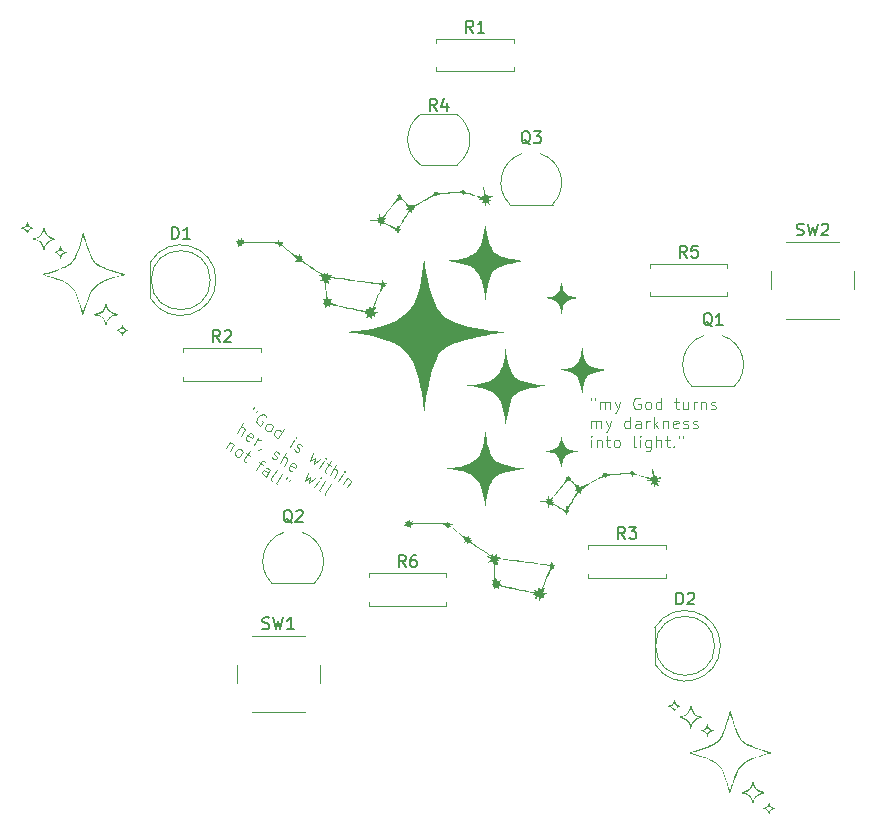
<source format=gbr>
%TF.GenerationSoftware,KiCad,Pcbnew,8.0.8*%
%TF.CreationDate,2025-06-30T13:56:02-06:00*%
%TF.ProjectId,SolderNunu,536f6c64-6572-44e7-956e-752e6b696361,rev?*%
%TF.SameCoordinates,Original*%
%TF.FileFunction,Legend,Top*%
%TF.FilePolarity,Positive*%
%FSLAX46Y46*%
G04 Gerber Fmt 4.6, Leading zero omitted, Abs format (unit mm)*
G04 Created by KiCad (PCBNEW 8.0.8) date 2025-06-30 13:56:02*
%MOMM*%
%LPD*%
G01*
G04 APERTURE LIST*
%ADD10C,0.100000*%
%ADD11C,0.150000*%
%ADD12C,0.000000*%
%ADD13C,0.120000*%
G04 APERTURE END LIST*
D10*
X117003526Y-84585749D02*
X116894273Y-84741778D01*
X117315583Y-84804254D02*
X117206331Y-84960283D01*
X118068415Y-85389525D02*
X118017714Y-85295891D01*
X118017714Y-85295891D02*
X117900692Y-85213952D01*
X117900692Y-85213952D02*
X117756357Y-85171020D01*
X117756357Y-85171020D02*
X117623717Y-85194408D01*
X117623717Y-85194408D02*
X117530083Y-85245109D01*
X117530083Y-85245109D02*
X117381823Y-85373825D01*
X117381823Y-85373825D02*
X117299884Y-85490847D01*
X117299884Y-85490847D02*
X117229638Y-85674189D01*
X117229638Y-85674189D02*
X117214019Y-85779516D01*
X117214019Y-85779516D02*
X117237407Y-85912157D01*
X117237407Y-85912157D02*
X117327116Y-86033104D01*
X117327116Y-86033104D02*
X117405130Y-86087730D01*
X117405130Y-86087730D02*
X117549465Y-86130662D01*
X117549465Y-86130662D02*
X117615786Y-86118968D01*
X117615786Y-86118968D02*
X117806978Y-85845918D01*
X117806978Y-85845918D02*
X117650949Y-85736665D01*
X118029246Y-86524741D02*
X117978545Y-86431107D01*
X117978545Y-86431107D02*
X117966851Y-86364787D01*
X117966851Y-86364787D02*
X117982470Y-86259459D01*
X117982470Y-86259459D02*
X118146349Y-86025416D01*
X118146349Y-86025416D02*
X118239982Y-85974714D01*
X118239982Y-85974714D02*
X118306303Y-85963020D01*
X118306303Y-85963020D02*
X118411630Y-85978639D01*
X118411630Y-85978639D02*
X118528652Y-86060579D01*
X118528652Y-86060579D02*
X118579353Y-86154213D01*
X118579353Y-86154213D02*
X118591048Y-86220533D01*
X118591048Y-86220533D02*
X118575428Y-86325861D01*
X118575428Y-86325861D02*
X118411549Y-86559904D01*
X118411549Y-86559904D02*
X118317916Y-86610605D01*
X118317916Y-86610605D02*
X118251595Y-86622299D01*
X118251595Y-86622299D02*
X118146268Y-86606680D01*
X118146268Y-86606680D02*
X118029246Y-86524741D01*
X119004427Y-87207570D02*
X119578004Y-86388418D01*
X119031740Y-87168563D02*
X118926413Y-87152944D01*
X118926413Y-87152944D02*
X118770384Y-87043691D01*
X118770384Y-87043691D02*
X118719682Y-86950057D01*
X118719682Y-86950057D02*
X118707988Y-86883737D01*
X118707988Y-86883737D02*
X118723607Y-86778409D01*
X118723607Y-86778409D02*
X118887486Y-86544366D01*
X118887486Y-86544366D02*
X118981120Y-86493665D01*
X118981120Y-86493665D02*
X119047440Y-86481971D01*
X119047440Y-86481971D02*
X119152768Y-86497590D01*
X119152768Y-86497590D02*
X119308797Y-86606842D01*
X119308797Y-86606842D02*
X119359498Y-86700476D01*
X120018616Y-87917712D02*
X120401000Y-87371611D01*
X120592192Y-87098560D02*
X120525872Y-87110254D01*
X120525872Y-87110254D02*
X120537566Y-87176575D01*
X120537566Y-87176575D02*
X120603886Y-87164881D01*
X120603886Y-87164881D02*
X120592192Y-87098560D01*
X120592192Y-87098560D02*
X120537566Y-87176575D01*
X120396994Y-88124523D02*
X120447695Y-88218157D01*
X120447695Y-88218157D02*
X120603724Y-88327410D01*
X120603724Y-88327410D02*
X120709052Y-88343029D01*
X120709052Y-88343029D02*
X120802685Y-88292327D01*
X120802685Y-88292327D02*
X120829998Y-88253320D01*
X120829998Y-88253320D02*
X120845617Y-88147992D01*
X120845617Y-88147992D02*
X120794916Y-88054359D01*
X120794916Y-88054359D02*
X120677894Y-87972419D01*
X120677894Y-87972419D02*
X120627193Y-87878786D01*
X120627193Y-87878786D02*
X120642812Y-87773458D01*
X120642812Y-87773458D02*
X120670125Y-87734451D01*
X120670125Y-87734451D02*
X120763759Y-87683750D01*
X120763759Y-87683750D02*
X120869087Y-87699369D01*
X120869087Y-87699369D02*
X120986108Y-87781308D01*
X120986108Y-87781308D02*
X121036810Y-87874942D01*
X122000297Y-88491451D02*
X121773941Y-89146805D01*
X121773941Y-89146805D02*
X122203102Y-88865985D01*
X122203102Y-88865985D02*
X122085999Y-89365310D01*
X122085999Y-89365310D02*
X122624413Y-88928461D01*
X122554086Y-89693068D02*
X122936471Y-89146967D01*
X123127663Y-88873916D02*
X123061342Y-88885610D01*
X123061342Y-88885610D02*
X123073036Y-88951930D01*
X123073036Y-88951930D02*
X123139357Y-88940236D01*
X123139357Y-88940236D02*
X123127663Y-88873916D01*
X123127663Y-88873916D02*
X123073036Y-88951930D01*
X123209521Y-89338159D02*
X123521579Y-89556664D01*
X123517735Y-89147047D02*
X123026098Y-89849178D01*
X123026098Y-89849178D02*
X123010479Y-89954505D01*
X123010479Y-89954505D02*
X123061180Y-90048139D01*
X123061180Y-90048139D02*
X123139194Y-90102765D01*
X123412246Y-90293958D02*
X123985822Y-89474806D01*
X123763311Y-90539776D02*
X124063755Y-90110696D01*
X124063755Y-90110696D02*
X124079375Y-90005369D01*
X124079375Y-90005369D02*
X124028673Y-89911735D01*
X124028673Y-89911735D02*
X123911652Y-89829796D01*
X123911652Y-89829796D02*
X123806324Y-89814177D01*
X123806324Y-89814177D02*
X123740003Y-89825871D01*
X124153383Y-90812908D02*
X124535767Y-90266806D01*
X124726960Y-89993756D02*
X124660639Y-90005450D01*
X124660639Y-90005450D02*
X124672333Y-90071770D01*
X124672333Y-90071770D02*
X124738654Y-90060076D01*
X124738654Y-90060076D02*
X124726960Y-89993756D01*
X124726960Y-89993756D02*
X124672333Y-90071770D01*
X124925839Y-90539938D02*
X124543455Y-91086039D01*
X124871213Y-90617952D02*
X124937534Y-90606258D01*
X124937534Y-90606258D02*
X125042861Y-90621877D01*
X125042861Y-90621877D02*
X125159883Y-90703817D01*
X125159883Y-90703817D02*
X125210584Y-90797450D01*
X125210584Y-90797450D02*
X125194965Y-90902778D01*
X125194965Y-90902778D02*
X124894520Y-91331858D01*
X115545530Y-86751003D02*
X116119107Y-85931851D01*
X115896595Y-86996822D02*
X116197040Y-86567742D01*
X116197040Y-86567742D02*
X116212659Y-86462414D01*
X116212659Y-86462414D02*
X116161958Y-86368781D01*
X116161958Y-86368781D02*
X116044936Y-86286841D01*
X116044936Y-86286841D02*
X115939609Y-86271222D01*
X115939609Y-86271222D02*
X115873288Y-86282916D01*
X116626039Y-87449451D02*
X116520711Y-87433832D01*
X116520711Y-87433832D02*
X116364682Y-87324580D01*
X116364682Y-87324580D02*
X116313981Y-87230946D01*
X116313981Y-87230946D02*
X116329600Y-87125618D01*
X116329600Y-87125618D02*
X116548106Y-86813560D01*
X116548106Y-86813560D02*
X116641739Y-86762859D01*
X116641739Y-86762859D02*
X116747067Y-86778478D01*
X116747067Y-86778478D02*
X116903096Y-86887731D01*
X116903096Y-86887731D02*
X116953797Y-86981364D01*
X116953797Y-86981364D02*
X116938178Y-87086692D01*
X116938178Y-87086692D02*
X116883552Y-87164707D01*
X116883552Y-87164707D02*
X116438853Y-86969589D01*
X116988798Y-87761590D02*
X117371183Y-87215489D01*
X117261930Y-87371518D02*
X117355564Y-87320817D01*
X117355564Y-87320817D02*
X117421884Y-87309123D01*
X117421884Y-87309123D02*
X117527212Y-87324742D01*
X117527212Y-87324742D02*
X117605226Y-87379368D01*
X117562213Y-88104968D02*
X117534900Y-88143975D01*
X117534900Y-88143975D02*
X117441267Y-88194676D01*
X117441267Y-88194676D02*
X117374946Y-88206370D01*
X118498387Y-88760483D02*
X118549088Y-88854117D01*
X118549088Y-88854117D02*
X118705117Y-88963370D01*
X118705117Y-88963370D02*
X118810445Y-88978989D01*
X118810445Y-88978989D02*
X118904078Y-88928287D01*
X118904078Y-88928287D02*
X118931391Y-88889280D01*
X118931391Y-88889280D02*
X118947011Y-88783952D01*
X118947011Y-88783952D02*
X118896309Y-88690319D01*
X118896309Y-88690319D02*
X118779288Y-88608379D01*
X118779288Y-88608379D02*
X118728586Y-88514746D01*
X118728586Y-88514746D02*
X118744205Y-88409418D01*
X118744205Y-88409418D02*
X118771518Y-88370411D01*
X118771518Y-88370411D02*
X118865152Y-88319710D01*
X118865152Y-88319710D02*
X118970480Y-88335329D01*
X118970480Y-88335329D02*
X119087501Y-88417268D01*
X119087501Y-88417268D02*
X119138203Y-88510902D01*
X119173204Y-89291128D02*
X119746781Y-88471976D01*
X119524269Y-89536946D02*
X119824714Y-89107867D01*
X119824714Y-89107867D02*
X119840333Y-89002539D01*
X119840333Y-89002539D02*
X119789632Y-88908905D01*
X119789632Y-88908905D02*
X119672610Y-88826966D01*
X119672610Y-88826966D02*
X119567282Y-88811347D01*
X119567282Y-88811347D02*
X119500962Y-88823041D01*
X120253713Y-89989576D02*
X120148385Y-89973957D01*
X120148385Y-89973957D02*
X119992356Y-89864704D01*
X119992356Y-89864704D02*
X119941655Y-89771071D01*
X119941655Y-89771071D02*
X119957274Y-89665743D01*
X119957274Y-89665743D02*
X120175779Y-89353685D01*
X120175779Y-89353685D02*
X120269413Y-89302984D01*
X120269413Y-89302984D02*
X120374741Y-89318603D01*
X120374741Y-89318603D02*
X120530770Y-89427855D01*
X120530770Y-89427855D02*
X120581471Y-89521489D01*
X120581471Y-89521489D02*
X120565852Y-89626817D01*
X120565852Y-89626817D02*
X120511225Y-89704831D01*
X120511225Y-89704831D02*
X120066527Y-89509714D01*
X121544958Y-90137998D02*
X121318603Y-90793352D01*
X121318603Y-90793352D02*
X121747763Y-90512532D01*
X121747763Y-90512532D02*
X121630661Y-91011857D01*
X121630661Y-91011857D02*
X122169074Y-90575009D01*
X122098747Y-91339615D02*
X122481132Y-90793514D01*
X122672324Y-90520463D02*
X122606004Y-90532157D01*
X122606004Y-90532157D02*
X122617698Y-90598478D01*
X122617698Y-90598478D02*
X122684018Y-90586784D01*
X122684018Y-90586784D02*
X122672324Y-90520463D01*
X122672324Y-90520463D02*
X122617698Y-90598478D01*
X122605841Y-91694686D02*
X122555140Y-91601052D01*
X122555140Y-91601052D02*
X122570759Y-91495725D01*
X122570759Y-91495725D02*
X123062396Y-90793595D01*
X123034921Y-91995131D02*
X122984220Y-91901498D01*
X122984220Y-91901498D02*
X122999839Y-91796170D01*
X122999839Y-91796170D02*
X123491476Y-91094040D01*
X115004489Y-87523691D02*
X114622104Y-88069792D01*
X114949862Y-87601705D02*
X115016183Y-87590011D01*
X115016183Y-87590011D02*
X115121510Y-87605630D01*
X115121510Y-87605630D02*
X115238532Y-87687570D01*
X115238532Y-87687570D02*
X115289233Y-87781203D01*
X115289233Y-87781203D02*
X115273614Y-87886531D01*
X115273614Y-87886531D02*
X114973169Y-88315611D01*
X115480264Y-88670682D02*
X115429562Y-88577048D01*
X115429562Y-88577048D02*
X115417868Y-88510728D01*
X115417868Y-88510728D02*
X115433487Y-88405400D01*
X115433487Y-88405400D02*
X115597366Y-88171357D01*
X115597366Y-88171357D02*
X115691000Y-88120655D01*
X115691000Y-88120655D02*
X115757320Y-88108961D01*
X115757320Y-88108961D02*
X115862648Y-88124580D01*
X115862648Y-88124580D02*
X115979670Y-88206520D01*
X115979670Y-88206520D02*
X116030371Y-88300153D01*
X116030371Y-88300153D02*
X116042065Y-88366474D01*
X116042065Y-88366474D02*
X116026446Y-88471802D01*
X116026446Y-88471802D02*
X115862567Y-88705845D01*
X115862567Y-88705845D02*
X115768933Y-88756546D01*
X115768933Y-88756546D02*
X115702613Y-88768240D01*
X115702613Y-88768240D02*
X115597285Y-88752621D01*
X115597285Y-88752621D02*
X115480264Y-88670682D01*
X116369742Y-88479652D02*
X116681800Y-88698157D01*
X116677956Y-88288540D02*
X116186319Y-88990671D01*
X116186319Y-88990671D02*
X116170700Y-89095998D01*
X116170700Y-89095998D02*
X116221401Y-89189632D01*
X116221401Y-89189632D02*
X116299416Y-89244258D01*
X117461945Y-89244421D02*
X117774003Y-89462926D01*
X117196583Y-89872461D02*
X117688220Y-89170331D01*
X117688220Y-89170331D02*
X117781853Y-89119630D01*
X117781853Y-89119630D02*
X117887181Y-89135249D01*
X117887181Y-89135249D02*
X117965196Y-89189875D01*
X118015735Y-90446038D02*
X118316180Y-90016958D01*
X118316180Y-90016958D02*
X118331799Y-89911631D01*
X118331799Y-89911631D02*
X118281098Y-89817997D01*
X118281098Y-89817997D02*
X118125069Y-89708745D01*
X118125069Y-89708745D02*
X118019741Y-89693126D01*
X118043048Y-90407031D02*
X117937721Y-90391412D01*
X117937721Y-90391412D02*
X117742685Y-90254846D01*
X117742685Y-90254846D02*
X117691983Y-90161212D01*
X117691983Y-90161212D02*
X117707602Y-90055885D01*
X117707602Y-90055885D02*
X117762229Y-89977870D01*
X117762229Y-89977870D02*
X117855862Y-89927169D01*
X117855862Y-89927169D02*
X117961190Y-89942788D01*
X117961190Y-89942788D02*
X118156226Y-90079354D01*
X118156226Y-90079354D02*
X118261554Y-90094973D01*
X118522829Y-90801109D02*
X118472128Y-90707476D01*
X118472128Y-90707476D02*
X118487747Y-90602148D01*
X118487747Y-90602148D02*
X118979384Y-89900018D01*
X118951910Y-91101554D02*
X118901208Y-91007921D01*
X118901208Y-91007921D02*
X118916827Y-90902593D01*
X118916827Y-90902593D02*
X119408464Y-90200463D01*
X119798537Y-90473595D02*
X119689284Y-90629624D01*
X120110595Y-90692100D02*
X120001342Y-90848129D01*
X145512515Y-83758781D02*
X145512515Y-83949257D01*
X145893467Y-83758781D02*
X145893467Y-83949257D01*
X146322039Y-84758781D02*
X146322039Y-84092114D01*
X146322039Y-84187352D02*
X146369658Y-84139733D01*
X146369658Y-84139733D02*
X146464896Y-84092114D01*
X146464896Y-84092114D02*
X146607753Y-84092114D01*
X146607753Y-84092114D02*
X146702991Y-84139733D01*
X146702991Y-84139733D02*
X146750610Y-84234971D01*
X146750610Y-84234971D02*
X146750610Y-84758781D01*
X146750610Y-84234971D02*
X146798229Y-84139733D01*
X146798229Y-84139733D02*
X146893467Y-84092114D01*
X146893467Y-84092114D02*
X147036324Y-84092114D01*
X147036324Y-84092114D02*
X147131563Y-84139733D01*
X147131563Y-84139733D02*
X147179182Y-84234971D01*
X147179182Y-84234971D02*
X147179182Y-84758781D01*
X147560134Y-84092114D02*
X147798229Y-84758781D01*
X148036324Y-84092114D02*
X147798229Y-84758781D01*
X147798229Y-84758781D02*
X147702991Y-84996876D01*
X147702991Y-84996876D02*
X147655372Y-85044495D01*
X147655372Y-85044495D02*
X147560134Y-85092114D01*
X149702991Y-83806400D02*
X149607753Y-83758781D01*
X149607753Y-83758781D02*
X149464896Y-83758781D01*
X149464896Y-83758781D02*
X149322039Y-83806400D01*
X149322039Y-83806400D02*
X149226801Y-83901638D01*
X149226801Y-83901638D02*
X149179182Y-83996876D01*
X149179182Y-83996876D02*
X149131563Y-84187352D01*
X149131563Y-84187352D02*
X149131563Y-84330209D01*
X149131563Y-84330209D02*
X149179182Y-84520685D01*
X149179182Y-84520685D02*
X149226801Y-84615923D01*
X149226801Y-84615923D02*
X149322039Y-84711162D01*
X149322039Y-84711162D02*
X149464896Y-84758781D01*
X149464896Y-84758781D02*
X149560134Y-84758781D01*
X149560134Y-84758781D02*
X149702991Y-84711162D01*
X149702991Y-84711162D02*
X149750610Y-84663542D01*
X149750610Y-84663542D02*
X149750610Y-84330209D01*
X149750610Y-84330209D02*
X149560134Y-84330209D01*
X150322039Y-84758781D02*
X150226801Y-84711162D01*
X150226801Y-84711162D02*
X150179182Y-84663542D01*
X150179182Y-84663542D02*
X150131563Y-84568304D01*
X150131563Y-84568304D02*
X150131563Y-84282590D01*
X150131563Y-84282590D02*
X150179182Y-84187352D01*
X150179182Y-84187352D02*
X150226801Y-84139733D01*
X150226801Y-84139733D02*
X150322039Y-84092114D01*
X150322039Y-84092114D02*
X150464896Y-84092114D01*
X150464896Y-84092114D02*
X150560134Y-84139733D01*
X150560134Y-84139733D02*
X150607753Y-84187352D01*
X150607753Y-84187352D02*
X150655372Y-84282590D01*
X150655372Y-84282590D02*
X150655372Y-84568304D01*
X150655372Y-84568304D02*
X150607753Y-84663542D01*
X150607753Y-84663542D02*
X150560134Y-84711162D01*
X150560134Y-84711162D02*
X150464896Y-84758781D01*
X150464896Y-84758781D02*
X150322039Y-84758781D01*
X151512515Y-84758781D02*
X151512515Y-83758781D01*
X151512515Y-84711162D02*
X151417277Y-84758781D01*
X151417277Y-84758781D02*
X151226801Y-84758781D01*
X151226801Y-84758781D02*
X151131563Y-84711162D01*
X151131563Y-84711162D02*
X151083944Y-84663542D01*
X151083944Y-84663542D02*
X151036325Y-84568304D01*
X151036325Y-84568304D02*
X151036325Y-84282590D01*
X151036325Y-84282590D02*
X151083944Y-84187352D01*
X151083944Y-84187352D02*
X151131563Y-84139733D01*
X151131563Y-84139733D02*
X151226801Y-84092114D01*
X151226801Y-84092114D02*
X151417277Y-84092114D01*
X151417277Y-84092114D02*
X151512515Y-84139733D01*
X152607754Y-84092114D02*
X152988706Y-84092114D01*
X152750611Y-83758781D02*
X152750611Y-84615923D01*
X152750611Y-84615923D02*
X152798230Y-84711162D01*
X152798230Y-84711162D02*
X152893468Y-84758781D01*
X152893468Y-84758781D02*
X152988706Y-84758781D01*
X153750611Y-84092114D02*
X153750611Y-84758781D01*
X153322040Y-84092114D02*
X153322040Y-84615923D01*
X153322040Y-84615923D02*
X153369659Y-84711162D01*
X153369659Y-84711162D02*
X153464897Y-84758781D01*
X153464897Y-84758781D02*
X153607754Y-84758781D01*
X153607754Y-84758781D02*
X153702992Y-84711162D01*
X153702992Y-84711162D02*
X153750611Y-84663542D01*
X154226802Y-84758781D02*
X154226802Y-84092114D01*
X154226802Y-84282590D02*
X154274421Y-84187352D01*
X154274421Y-84187352D02*
X154322040Y-84139733D01*
X154322040Y-84139733D02*
X154417278Y-84092114D01*
X154417278Y-84092114D02*
X154512516Y-84092114D01*
X154845850Y-84092114D02*
X154845850Y-84758781D01*
X154845850Y-84187352D02*
X154893469Y-84139733D01*
X154893469Y-84139733D02*
X154988707Y-84092114D01*
X154988707Y-84092114D02*
X155131564Y-84092114D01*
X155131564Y-84092114D02*
X155226802Y-84139733D01*
X155226802Y-84139733D02*
X155274421Y-84234971D01*
X155274421Y-84234971D02*
X155274421Y-84758781D01*
X155702993Y-84711162D02*
X155798231Y-84758781D01*
X155798231Y-84758781D02*
X155988707Y-84758781D01*
X155988707Y-84758781D02*
X156083945Y-84711162D01*
X156083945Y-84711162D02*
X156131564Y-84615923D01*
X156131564Y-84615923D02*
X156131564Y-84568304D01*
X156131564Y-84568304D02*
X156083945Y-84473066D01*
X156083945Y-84473066D02*
X155988707Y-84425447D01*
X155988707Y-84425447D02*
X155845850Y-84425447D01*
X155845850Y-84425447D02*
X155750612Y-84377828D01*
X155750612Y-84377828D02*
X155702993Y-84282590D01*
X155702993Y-84282590D02*
X155702993Y-84234971D01*
X155702993Y-84234971D02*
X155750612Y-84139733D01*
X155750612Y-84139733D02*
X155845850Y-84092114D01*
X155845850Y-84092114D02*
X155988707Y-84092114D01*
X155988707Y-84092114D02*
X156083945Y-84139733D01*
X145560134Y-86368725D02*
X145560134Y-85702058D01*
X145560134Y-85797296D02*
X145607753Y-85749677D01*
X145607753Y-85749677D02*
X145702991Y-85702058D01*
X145702991Y-85702058D02*
X145845848Y-85702058D01*
X145845848Y-85702058D02*
X145941086Y-85749677D01*
X145941086Y-85749677D02*
X145988705Y-85844915D01*
X145988705Y-85844915D02*
X145988705Y-86368725D01*
X145988705Y-85844915D02*
X146036324Y-85749677D01*
X146036324Y-85749677D02*
X146131562Y-85702058D01*
X146131562Y-85702058D02*
X146274419Y-85702058D01*
X146274419Y-85702058D02*
X146369658Y-85749677D01*
X146369658Y-85749677D02*
X146417277Y-85844915D01*
X146417277Y-85844915D02*
X146417277Y-86368725D01*
X146798229Y-85702058D02*
X147036324Y-86368725D01*
X147274419Y-85702058D02*
X147036324Y-86368725D01*
X147036324Y-86368725D02*
X146941086Y-86606820D01*
X146941086Y-86606820D02*
X146893467Y-86654439D01*
X146893467Y-86654439D02*
X146798229Y-86702058D01*
X148845848Y-86368725D02*
X148845848Y-85368725D01*
X148845848Y-86321106D02*
X148750610Y-86368725D01*
X148750610Y-86368725D02*
X148560134Y-86368725D01*
X148560134Y-86368725D02*
X148464896Y-86321106D01*
X148464896Y-86321106D02*
X148417277Y-86273486D01*
X148417277Y-86273486D02*
X148369658Y-86178248D01*
X148369658Y-86178248D02*
X148369658Y-85892534D01*
X148369658Y-85892534D02*
X148417277Y-85797296D01*
X148417277Y-85797296D02*
X148464896Y-85749677D01*
X148464896Y-85749677D02*
X148560134Y-85702058D01*
X148560134Y-85702058D02*
X148750610Y-85702058D01*
X148750610Y-85702058D02*
X148845848Y-85749677D01*
X149750610Y-86368725D02*
X149750610Y-85844915D01*
X149750610Y-85844915D02*
X149702991Y-85749677D01*
X149702991Y-85749677D02*
X149607753Y-85702058D01*
X149607753Y-85702058D02*
X149417277Y-85702058D01*
X149417277Y-85702058D02*
X149322039Y-85749677D01*
X149750610Y-86321106D02*
X149655372Y-86368725D01*
X149655372Y-86368725D02*
X149417277Y-86368725D01*
X149417277Y-86368725D02*
X149322039Y-86321106D01*
X149322039Y-86321106D02*
X149274420Y-86225867D01*
X149274420Y-86225867D02*
X149274420Y-86130629D01*
X149274420Y-86130629D02*
X149322039Y-86035391D01*
X149322039Y-86035391D02*
X149417277Y-85987772D01*
X149417277Y-85987772D02*
X149655372Y-85987772D01*
X149655372Y-85987772D02*
X149750610Y-85940153D01*
X150226801Y-86368725D02*
X150226801Y-85702058D01*
X150226801Y-85892534D02*
X150274420Y-85797296D01*
X150274420Y-85797296D02*
X150322039Y-85749677D01*
X150322039Y-85749677D02*
X150417277Y-85702058D01*
X150417277Y-85702058D02*
X150512515Y-85702058D01*
X150845849Y-86368725D02*
X150845849Y-85368725D01*
X150941087Y-85987772D02*
X151226801Y-86368725D01*
X151226801Y-85702058D02*
X150845849Y-86083010D01*
X151655373Y-85702058D02*
X151655373Y-86368725D01*
X151655373Y-85797296D02*
X151702992Y-85749677D01*
X151702992Y-85749677D02*
X151798230Y-85702058D01*
X151798230Y-85702058D02*
X151941087Y-85702058D01*
X151941087Y-85702058D02*
X152036325Y-85749677D01*
X152036325Y-85749677D02*
X152083944Y-85844915D01*
X152083944Y-85844915D02*
X152083944Y-86368725D01*
X152941087Y-86321106D02*
X152845849Y-86368725D01*
X152845849Y-86368725D02*
X152655373Y-86368725D01*
X152655373Y-86368725D02*
X152560135Y-86321106D01*
X152560135Y-86321106D02*
X152512516Y-86225867D01*
X152512516Y-86225867D02*
X152512516Y-85844915D01*
X152512516Y-85844915D02*
X152560135Y-85749677D01*
X152560135Y-85749677D02*
X152655373Y-85702058D01*
X152655373Y-85702058D02*
X152845849Y-85702058D01*
X152845849Y-85702058D02*
X152941087Y-85749677D01*
X152941087Y-85749677D02*
X152988706Y-85844915D01*
X152988706Y-85844915D02*
X152988706Y-85940153D01*
X152988706Y-85940153D02*
X152512516Y-86035391D01*
X153369659Y-86321106D02*
X153464897Y-86368725D01*
X153464897Y-86368725D02*
X153655373Y-86368725D01*
X153655373Y-86368725D02*
X153750611Y-86321106D01*
X153750611Y-86321106D02*
X153798230Y-86225867D01*
X153798230Y-86225867D02*
X153798230Y-86178248D01*
X153798230Y-86178248D02*
X153750611Y-86083010D01*
X153750611Y-86083010D02*
X153655373Y-86035391D01*
X153655373Y-86035391D02*
X153512516Y-86035391D01*
X153512516Y-86035391D02*
X153417278Y-85987772D01*
X153417278Y-85987772D02*
X153369659Y-85892534D01*
X153369659Y-85892534D02*
X153369659Y-85844915D01*
X153369659Y-85844915D02*
X153417278Y-85749677D01*
X153417278Y-85749677D02*
X153512516Y-85702058D01*
X153512516Y-85702058D02*
X153655373Y-85702058D01*
X153655373Y-85702058D02*
X153750611Y-85749677D01*
X154179183Y-86321106D02*
X154274421Y-86368725D01*
X154274421Y-86368725D02*
X154464897Y-86368725D01*
X154464897Y-86368725D02*
X154560135Y-86321106D01*
X154560135Y-86321106D02*
X154607754Y-86225867D01*
X154607754Y-86225867D02*
X154607754Y-86178248D01*
X154607754Y-86178248D02*
X154560135Y-86083010D01*
X154560135Y-86083010D02*
X154464897Y-86035391D01*
X154464897Y-86035391D02*
X154322040Y-86035391D01*
X154322040Y-86035391D02*
X154226802Y-85987772D01*
X154226802Y-85987772D02*
X154179183Y-85892534D01*
X154179183Y-85892534D02*
X154179183Y-85844915D01*
X154179183Y-85844915D02*
X154226802Y-85749677D01*
X154226802Y-85749677D02*
X154322040Y-85702058D01*
X154322040Y-85702058D02*
X154464897Y-85702058D01*
X154464897Y-85702058D02*
X154560135Y-85749677D01*
X145560134Y-87978669D02*
X145560134Y-87312002D01*
X145560134Y-86978669D02*
X145512515Y-87026288D01*
X145512515Y-87026288D02*
X145560134Y-87073907D01*
X145560134Y-87073907D02*
X145607753Y-87026288D01*
X145607753Y-87026288D02*
X145560134Y-86978669D01*
X145560134Y-86978669D02*
X145560134Y-87073907D01*
X146036324Y-87312002D02*
X146036324Y-87978669D01*
X146036324Y-87407240D02*
X146083943Y-87359621D01*
X146083943Y-87359621D02*
X146179181Y-87312002D01*
X146179181Y-87312002D02*
X146322038Y-87312002D01*
X146322038Y-87312002D02*
X146417276Y-87359621D01*
X146417276Y-87359621D02*
X146464895Y-87454859D01*
X146464895Y-87454859D02*
X146464895Y-87978669D01*
X146798229Y-87312002D02*
X147179181Y-87312002D01*
X146941086Y-86978669D02*
X146941086Y-87835811D01*
X146941086Y-87835811D02*
X146988705Y-87931050D01*
X146988705Y-87931050D02*
X147083943Y-87978669D01*
X147083943Y-87978669D02*
X147179181Y-87978669D01*
X147655372Y-87978669D02*
X147560134Y-87931050D01*
X147560134Y-87931050D02*
X147512515Y-87883430D01*
X147512515Y-87883430D02*
X147464896Y-87788192D01*
X147464896Y-87788192D02*
X147464896Y-87502478D01*
X147464896Y-87502478D02*
X147512515Y-87407240D01*
X147512515Y-87407240D02*
X147560134Y-87359621D01*
X147560134Y-87359621D02*
X147655372Y-87312002D01*
X147655372Y-87312002D02*
X147798229Y-87312002D01*
X147798229Y-87312002D02*
X147893467Y-87359621D01*
X147893467Y-87359621D02*
X147941086Y-87407240D01*
X147941086Y-87407240D02*
X147988705Y-87502478D01*
X147988705Y-87502478D02*
X147988705Y-87788192D01*
X147988705Y-87788192D02*
X147941086Y-87883430D01*
X147941086Y-87883430D02*
X147893467Y-87931050D01*
X147893467Y-87931050D02*
X147798229Y-87978669D01*
X147798229Y-87978669D02*
X147655372Y-87978669D01*
X149322039Y-87978669D02*
X149226801Y-87931050D01*
X149226801Y-87931050D02*
X149179182Y-87835811D01*
X149179182Y-87835811D02*
X149179182Y-86978669D01*
X149702992Y-87978669D02*
X149702992Y-87312002D01*
X149702992Y-86978669D02*
X149655373Y-87026288D01*
X149655373Y-87026288D02*
X149702992Y-87073907D01*
X149702992Y-87073907D02*
X149750611Y-87026288D01*
X149750611Y-87026288D02*
X149702992Y-86978669D01*
X149702992Y-86978669D02*
X149702992Y-87073907D01*
X150607753Y-87312002D02*
X150607753Y-88121526D01*
X150607753Y-88121526D02*
X150560134Y-88216764D01*
X150560134Y-88216764D02*
X150512515Y-88264383D01*
X150512515Y-88264383D02*
X150417277Y-88312002D01*
X150417277Y-88312002D02*
X150274420Y-88312002D01*
X150274420Y-88312002D02*
X150179182Y-88264383D01*
X150607753Y-87931050D02*
X150512515Y-87978669D01*
X150512515Y-87978669D02*
X150322039Y-87978669D01*
X150322039Y-87978669D02*
X150226801Y-87931050D01*
X150226801Y-87931050D02*
X150179182Y-87883430D01*
X150179182Y-87883430D02*
X150131563Y-87788192D01*
X150131563Y-87788192D02*
X150131563Y-87502478D01*
X150131563Y-87502478D02*
X150179182Y-87407240D01*
X150179182Y-87407240D02*
X150226801Y-87359621D01*
X150226801Y-87359621D02*
X150322039Y-87312002D01*
X150322039Y-87312002D02*
X150512515Y-87312002D01*
X150512515Y-87312002D02*
X150607753Y-87359621D01*
X151083944Y-87978669D02*
X151083944Y-86978669D01*
X151512515Y-87978669D02*
X151512515Y-87454859D01*
X151512515Y-87454859D02*
X151464896Y-87359621D01*
X151464896Y-87359621D02*
X151369658Y-87312002D01*
X151369658Y-87312002D02*
X151226801Y-87312002D01*
X151226801Y-87312002D02*
X151131563Y-87359621D01*
X151131563Y-87359621D02*
X151083944Y-87407240D01*
X151845849Y-87312002D02*
X152226801Y-87312002D01*
X151988706Y-86978669D02*
X151988706Y-87835811D01*
X151988706Y-87835811D02*
X152036325Y-87931050D01*
X152036325Y-87931050D02*
X152131563Y-87978669D01*
X152131563Y-87978669D02*
X152226801Y-87978669D01*
X152560135Y-87883430D02*
X152607754Y-87931050D01*
X152607754Y-87931050D02*
X152560135Y-87978669D01*
X152560135Y-87978669D02*
X152512516Y-87931050D01*
X152512516Y-87931050D02*
X152560135Y-87883430D01*
X152560135Y-87883430D02*
X152560135Y-87978669D01*
X152988706Y-86978669D02*
X152988706Y-87169145D01*
X153369658Y-86978669D02*
X153369658Y-87169145D01*
D11*
X153662083Y-71903569D02*
X153328750Y-71427378D01*
X153090655Y-71903569D02*
X153090655Y-70903569D01*
X153090655Y-70903569D02*
X153471607Y-70903569D01*
X153471607Y-70903569D02*
X153566845Y-70951188D01*
X153566845Y-70951188D02*
X153614464Y-70998807D01*
X153614464Y-70998807D02*
X153662083Y-71094045D01*
X153662083Y-71094045D02*
X153662083Y-71236902D01*
X153662083Y-71236902D02*
X153614464Y-71332140D01*
X153614464Y-71332140D02*
X153566845Y-71379759D01*
X153566845Y-71379759D02*
X153471607Y-71427378D01*
X153471607Y-71427378D02*
X153090655Y-71427378D01*
X154566845Y-70903569D02*
X154090655Y-70903569D01*
X154090655Y-70903569D02*
X154043036Y-71379759D01*
X154043036Y-71379759D02*
X154090655Y-71332140D01*
X154090655Y-71332140D02*
X154185893Y-71284521D01*
X154185893Y-71284521D02*
X154423988Y-71284521D01*
X154423988Y-71284521D02*
X154519226Y-71332140D01*
X154519226Y-71332140D02*
X154566845Y-71379759D01*
X154566845Y-71379759D02*
X154614464Y-71474997D01*
X154614464Y-71474997D02*
X154614464Y-71713092D01*
X154614464Y-71713092D02*
X154566845Y-71808330D01*
X154566845Y-71808330D02*
X154519226Y-71855950D01*
X154519226Y-71855950D02*
X154423988Y-71903569D01*
X154423988Y-71903569D02*
X154185893Y-71903569D01*
X154185893Y-71903569D02*
X154090655Y-71855950D01*
X154090655Y-71855950D02*
X154043036Y-71808330D01*
X148423333Y-95716069D02*
X148090000Y-95239878D01*
X147851905Y-95716069D02*
X147851905Y-94716069D01*
X147851905Y-94716069D02*
X148232857Y-94716069D01*
X148232857Y-94716069D02*
X148328095Y-94763688D01*
X148328095Y-94763688D02*
X148375714Y-94811307D01*
X148375714Y-94811307D02*
X148423333Y-94906545D01*
X148423333Y-94906545D02*
X148423333Y-95049402D01*
X148423333Y-95049402D02*
X148375714Y-95144640D01*
X148375714Y-95144640D02*
X148328095Y-95192259D01*
X148328095Y-95192259D02*
X148232857Y-95239878D01*
X148232857Y-95239878D02*
X147851905Y-95239878D01*
X148756667Y-94716069D02*
X149375714Y-94716069D01*
X149375714Y-94716069D02*
X149042381Y-95097021D01*
X149042381Y-95097021D02*
X149185238Y-95097021D01*
X149185238Y-95097021D02*
X149280476Y-95144640D01*
X149280476Y-95144640D02*
X149328095Y-95192259D01*
X149328095Y-95192259D02*
X149375714Y-95287497D01*
X149375714Y-95287497D02*
X149375714Y-95525592D01*
X149375714Y-95525592D02*
X149328095Y-95620830D01*
X149328095Y-95620830D02*
X149280476Y-95668450D01*
X149280476Y-95668450D02*
X149185238Y-95716069D01*
X149185238Y-95716069D02*
X148899524Y-95716069D01*
X148899524Y-95716069D02*
X148804286Y-95668450D01*
X148804286Y-95668450D02*
X148756667Y-95620830D01*
X120237261Y-94381307D02*
X120142023Y-94333688D01*
X120142023Y-94333688D02*
X120046785Y-94238450D01*
X120046785Y-94238450D02*
X119903928Y-94095592D01*
X119903928Y-94095592D02*
X119808690Y-94047973D01*
X119808690Y-94047973D02*
X119713452Y-94047973D01*
X119761071Y-94286069D02*
X119665833Y-94238450D01*
X119665833Y-94238450D02*
X119570595Y-94143211D01*
X119570595Y-94143211D02*
X119522976Y-93952735D01*
X119522976Y-93952735D02*
X119522976Y-93619402D01*
X119522976Y-93619402D02*
X119570595Y-93428926D01*
X119570595Y-93428926D02*
X119665833Y-93333688D01*
X119665833Y-93333688D02*
X119761071Y-93286069D01*
X119761071Y-93286069D02*
X119951547Y-93286069D01*
X119951547Y-93286069D02*
X120046785Y-93333688D01*
X120046785Y-93333688D02*
X120142023Y-93428926D01*
X120142023Y-93428926D02*
X120189642Y-93619402D01*
X120189642Y-93619402D02*
X120189642Y-93952735D01*
X120189642Y-93952735D02*
X120142023Y-94143211D01*
X120142023Y-94143211D02*
X120046785Y-94238450D01*
X120046785Y-94238450D02*
X119951547Y-94286069D01*
X119951547Y-94286069D02*
X119761071Y-94286069D01*
X120570595Y-93381307D02*
X120618214Y-93333688D01*
X120618214Y-93333688D02*
X120713452Y-93286069D01*
X120713452Y-93286069D02*
X120951547Y-93286069D01*
X120951547Y-93286069D02*
X121046785Y-93333688D01*
X121046785Y-93333688D02*
X121094404Y-93381307D01*
X121094404Y-93381307D02*
X121142023Y-93476545D01*
X121142023Y-93476545D02*
X121142023Y-93571783D01*
X121142023Y-93571783D02*
X121094404Y-93714640D01*
X121094404Y-93714640D02*
X120522976Y-94286069D01*
X120522976Y-94286069D02*
X121142023Y-94286069D01*
X140398511Y-62313807D02*
X140303273Y-62266188D01*
X140303273Y-62266188D02*
X140208035Y-62170950D01*
X140208035Y-62170950D02*
X140065178Y-62028092D01*
X140065178Y-62028092D02*
X139969940Y-61980473D01*
X139969940Y-61980473D02*
X139874702Y-61980473D01*
X139922321Y-62218569D02*
X139827083Y-62170950D01*
X139827083Y-62170950D02*
X139731845Y-62075711D01*
X139731845Y-62075711D02*
X139684226Y-61885235D01*
X139684226Y-61885235D02*
X139684226Y-61551902D01*
X139684226Y-61551902D02*
X139731845Y-61361426D01*
X139731845Y-61361426D02*
X139827083Y-61266188D01*
X139827083Y-61266188D02*
X139922321Y-61218569D01*
X139922321Y-61218569D02*
X140112797Y-61218569D01*
X140112797Y-61218569D02*
X140208035Y-61266188D01*
X140208035Y-61266188D02*
X140303273Y-61361426D01*
X140303273Y-61361426D02*
X140350892Y-61551902D01*
X140350892Y-61551902D02*
X140350892Y-61885235D01*
X140350892Y-61885235D02*
X140303273Y-62075711D01*
X140303273Y-62075711D02*
X140208035Y-62170950D01*
X140208035Y-62170950D02*
X140112797Y-62218569D01*
X140112797Y-62218569D02*
X139922321Y-62218569D01*
X140684226Y-61218569D02*
X141303273Y-61218569D01*
X141303273Y-61218569D02*
X140969940Y-61599521D01*
X140969940Y-61599521D02*
X141112797Y-61599521D01*
X141112797Y-61599521D02*
X141208035Y-61647140D01*
X141208035Y-61647140D02*
X141255654Y-61694759D01*
X141255654Y-61694759D02*
X141303273Y-61789997D01*
X141303273Y-61789997D02*
X141303273Y-62028092D01*
X141303273Y-62028092D02*
X141255654Y-62123330D01*
X141255654Y-62123330D02*
X141208035Y-62170950D01*
X141208035Y-62170950D02*
X141112797Y-62218569D01*
X141112797Y-62218569D02*
X140827083Y-62218569D01*
X140827083Y-62218569D02*
X140731845Y-62170950D01*
X140731845Y-62170950D02*
X140684226Y-62123330D01*
X152773155Y-101269819D02*
X152773155Y-100269819D01*
X152773155Y-100269819D02*
X153011250Y-100269819D01*
X153011250Y-100269819D02*
X153154107Y-100317438D01*
X153154107Y-100317438D02*
X153249345Y-100412676D01*
X153249345Y-100412676D02*
X153296964Y-100507914D01*
X153296964Y-100507914D02*
X153344583Y-100698390D01*
X153344583Y-100698390D02*
X153344583Y-100841247D01*
X153344583Y-100841247D02*
X153296964Y-101031723D01*
X153296964Y-101031723D02*
X153249345Y-101126961D01*
X153249345Y-101126961D02*
X153154107Y-101222200D01*
X153154107Y-101222200D02*
X153011250Y-101269819D01*
X153011250Y-101269819D02*
X152773155Y-101269819D01*
X153725536Y-100365057D02*
X153773155Y-100317438D01*
X153773155Y-100317438D02*
X153868393Y-100269819D01*
X153868393Y-100269819D02*
X154106488Y-100269819D01*
X154106488Y-100269819D02*
X154201726Y-100317438D01*
X154201726Y-100317438D02*
X154249345Y-100365057D01*
X154249345Y-100365057D02*
X154296964Y-100460295D01*
X154296964Y-100460295D02*
X154296964Y-100555533D01*
X154296964Y-100555533D02*
X154249345Y-100698390D01*
X154249345Y-100698390D02*
X153677917Y-101269819D01*
X153677917Y-101269819D02*
X154296964Y-101269819D01*
X135564583Y-52853569D02*
X135231250Y-52377378D01*
X134993155Y-52853569D02*
X134993155Y-51853569D01*
X134993155Y-51853569D02*
X135374107Y-51853569D01*
X135374107Y-51853569D02*
X135469345Y-51901188D01*
X135469345Y-51901188D02*
X135516964Y-51948807D01*
X135516964Y-51948807D02*
X135564583Y-52044045D01*
X135564583Y-52044045D02*
X135564583Y-52186902D01*
X135564583Y-52186902D02*
X135516964Y-52282140D01*
X135516964Y-52282140D02*
X135469345Y-52329759D01*
X135469345Y-52329759D02*
X135374107Y-52377378D01*
X135374107Y-52377378D02*
X134993155Y-52377378D01*
X136516964Y-52853569D02*
X135945536Y-52853569D01*
X136231250Y-52853569D02*
X136231250Y-51853569D01*
X136231250Y-51853569D02*
X136136012Y-51996426D01*
X136136012Y-51996426D02*
X136040774Y-52091664D01*
X136040774Y-52091664D02*
X135945536Y-52139283D01*
X162972917Y-69975950D02*
X163115774Y-70023569D01*
X163115774Y-70023569D02*
X163353869Y-70023569D01*
X163353869Y-70023569D02*
X163449107Y-69975950D01*
X163449107Y-69975950D02*
X163496726Y-69928330D01*
X163496726Y-69928330D02*
X163544345Y-69833092D01*
X163544345Y-69833092D02*
X163544345Y-69737854D01*
X163544345Y-69737854D02*
X163496726Y-69642616D01*
X163496726Y-69642616D02*
X163449107Y-69594997D01*
X163449107Y-69594997D02*
X163353869Y-69547378D01*
X163353869Y-69547378D02*
X163163393Y-69499759D01*
X163163393Y-69499759D02*
X163068155Y-69452140D01*
X163068155Y-69452140D02*
X163020536Y-69404521D01*
X163020536Y-69404521D02*
X162972917Y-69309283D01*
X162972917Y-69309283D02*
X162972917Y-69214045D01*
X162972917Y-69214045D02*
X163020536Y-69118807D01*
X163020536Y-69118807D02*
X163068155Y-69071188D01*
X163068155Y-69071188D02*
X163163393Y-69023569D01*
X163163393Y-69023569D02*
X163401488Y-69023569D01*
X163401488Y-69023569D02*
X163544345Y-69071188D01*
X163877679Y-69023569D02*
X164115774Y-70023569D01*
X164115774Y-70023569D02*
X164306250Y-69309283D01*
X164306250Y-69309283D02*
X164496726Y-70023569D01*
X164496726Y-70023569D02*
X164734822Y-69023569D01*
X165068155Y-69118807D02*
X165115774Y-69071188D01*
X165115774Y-69071188D02*
X165211012Y-69023569D01*
X165211012Y-69023569D02*
X165449107Y-69023569D01*
X165449107Y-69023569D02*
X165544345Y-69071188D01*
X165544345Y-69071188D02*
X165591964Y-69118807D01*
X165591964Y-69118807D02*
X165639583Y-69214045D01*
X165639583Y-69214045D02*
X165639583Y-69309283D01*
X165639583Y-69309283D02*
X165591964Y-69452140D01*
X165591964Y-69452140D02*
X165020536Y-70023569D01*
X165020536Y-70023569D02*
X165639583Y-70023569D01*
X129849583Y-98097319D02*
X129516250Y-97621128D01*
X129278155Y-98097319D02*
X129278155Y-97097319D01*
X129278155Y-97097319D02*
X129659107Y-97097319D01*
X129659107Y-97097319D02*
X129754345Y-97144938D01*
X129754345Y-97144938D02*
X129801964Y-97192557D01*
X129801964Y-97192557D02*
X129849583Y-97287795D01*
X129849583Y-97287795D02*
X129849583Y-97430652D01*
X129849583Y-97430652D02*
X129801964Y-97525890D01*
X129801964Y-97525890D02*
X129754345Y-97573509D01*
X129754345Y-97573509D02*
X129659107Y-97621128D01*
X129659107Y-97621128D02*
X129278155Y-97621128D01*
X130706726Y-97097319D02*
X130516250Y-97097319D01*
X130516250Y-97097319D02*
X130421012Y-97144938D01*
X130421012Y-97144938D02*
X130373393Y-97192557D01*
X130373393Y-97192557D02*
X130278155Y-97335414D01*
X130278155Y-97335414D02*
X130230536Y-97525890D01*
X130230536Y-97525890D02*
X130230536Y-97906842D01*
X130230536Y-97906842D02*
X130278155Y-98002080D01*
X130278155Y-98002080D02*
X130325774Y-98049700D01*
X130325774Y-98049700D02*
X130421012Y-98097319D01*
X130421012Y-98097319D02*
X130611488Y-98097319D01*
X130611488Y-98097319D02*
X130706726Y-98049700D01*
X130706726Y-98049700D02*
X130754345Y-98002080D01*
X130754345Y-98002080D02*
X130801964Y-97906842D01*
X130801964Y-97906842D02*
X130801964Y-97668747D01*
X130801964Y-97668747D02*
X130754345Y-97573509D01*
X130754345Y-97573509D02*
X130706726Y-97525890D01*
X130706726Y-97525890D02*
X130611488Y-97478271D01*
X130611488Y-97478271D02*
X130421012Y-97478271D01*
X130421012Y-97478271D02*
X130325774Y-97525890D01*
X130325774Y-97525890D02*
X130278155Y-97573509D01*
X130278155Y-97573509D02*
X130230536Y-97668747D01*
X132502083Y-59467319D02*
X132168750Y-58991128D01*
X131930655Y-59467319D02*
X131930655Y-58467319D01*
X131930655Y-58467319D02*
X132311607Y-58467319D01*
X132311607Y-58467319D02*
X132406845Y-58514938D01*
X132406845Y-58514938D02*
X132454464Y-58562557D01*
X132454464Y-58562557D02*
X132502083Y-58657795D01*
X132502083Y-58657795D02*
X132502083Y-58800652D01*
X132502083Y-58800652D02*
X132454464Y-58895890D01*
X132454464Y-58895890D02*
X132406845Y-58943509D01*
X132406845Y-58943509D02*
X132311607Y-58991128D01*
X132311607Y-58991128D02*
X131930655Y-58991128D01*
X133359226Y-58800652D02*
X133359226Y-59467319D01*
X133121131Y-58419700D02*
X132883036Y-59133985D01*
X132883036Y-59133985D02*
X133502083Y-59133985D01*
X114133333Y-79036069D02*
X113800000Y-78559878D01*
X113561905Y-79036069D02*
X113561905Y-78036069D01*
X113561905Y-78036069D02*
X113942857Y-78036069D01*
X113942857Y-78036069D02*
X114038095Y-78083688D01*
X114038095Y-78083688D02*
X114085714Y-78131307D01*
X114085714Y-78131307D02*
X114133333Y-78226545D01*
X114133333Y-78226545D02*
X114133333Y-78369402D01*
X114133333Y-78369402D02*
X114085714Y-78464640D01*
X114085714Y-78464640D02*
X114038095Y-78512259D01*
X114038095Y-78512259D02*
X113942857Y-78559878D01*
X113942857Y-78559878D02*
X113561905Y-78559878D01*
X114514286Y-78131307D02*
X114561905Y-78083688D01*
X114561905Y-78083688D02*
X114657143Y-78036069D01*
X114657143Y-78036069D02*
X114895238Y-78036069D01*
X114895238Y-78036069D02*
X114990476Y-78083688D01*
X114990476Y-78083688D02*
X115038095Y-78131307D01*
X115038095Y-78131307D02*
X115085714Y-78226545D01*
X115085714Y-78226545D02*
X115085714Y-78321783D01*
X115085714Y-78321783D02*
X115038095Y-78464640D01*
X115038095Y-78464640D02*
X114466667Y-79036069D01*
X114466667Y-79036069D02*
X115085714Y-79036069D01*
X117729167Y-103313450D02*
X117872024Y-103361069D01*
X117872024Y-103361069D02*
X118110119Y-103361069D01*
X118110119Y-103361069D02*
X118205357Y-103313450D01*
X118205357Y-103313450D02*
X118252976Y-103265830D01*
X118252976Y-103265830D02*
X118300595Y-103170592D01*
X118300595Y-103170592D02*
X118300595Y-103075354D01*
X118300595Y-103075354D02*
X118252976Y-102980116D01*
X118252976Y-102980116D02*
X118205357Y-102932497D01*
X118205357Y-102932497D02*
X118110119Y-102884878D01*
X118110119Y-102884878D02*
X117919643Y-102837259D01*
X117919643Y-102837259D02*
X117824405Y-102789640D01*
X117824405Y-102789640D02*
X117776786Y-102742021D01*
X117776786Y-102742021D02*
X117729167Y-102646783D01*
X117729167Y-102646783D02*
X117729167Y-102551545D01*
X117729167Y-102551545D02*
X117776786Y-102456307D01*
X117776786Y-102456307D02*
X117824405Y-102408688D01*
X117824405Y-102408688D02*
X117919643Y-102361069D01*
X117919643Y-102361069D02*
X118157738Y-102361069D01*
X118157738Y-102361069D02*
X118300595Y-102408688D01*
X118633929Y-102361069D02*
X118872024Y-103361069D01*
X118872024Y-103361069D02*
X119062500Y-102646783D01*
X119062500Y-102646783D02*
X119252976Y-103361069D01*
X119252976Y-103361069D02*
X119491072Y-102361069D01*
X120395833Y-103361069D02*
X119824405Y-103361069D01*
X120110119Y-103361069D02*
X120110119Y-102361069D01*
X120110119Y-102361069D02*
X120014881Y-102503926D01*
X120014881Y-102503926D02*
X119919643Y-102599164D01*
X119919643Y-102599164D02*
X119824405Y-102646783D01*
X155797261Y-77712557D02*
X155702023Y-77664938D01*
X155702023Y-77664938D02*
X155606785Y-77569700D01*
X155606785Y-77569700D02*
X155463928Y-77426842D01*
X155463928Y-77426842D02*
X155368690Y-77379223D01*
X155368690Y-77379223D02*
X155273452Y-77379223D01*
X155321071Y-77617319D02*
X155225833Y-77569700D01*
X155225833Y-77569700D02*
X155130595Y-77474461D01*
X155130595Y-77474461D02*
X155082976Y-77283985D01*
X155082976Y-77283985D02*
X155082976Y-76950652D01*
X155082976Y-76950652D02*
X155130595Y-76760176D01*
X155130595Y-76760176D02*
X155225833Y-76664938D01*
X155225833Y-76664938D02*
X155321071Y-76617319D01*
X155321071Y-76617319D02*
X155511547Y-76617319D01*
X155511547Y-76617319D02*
X155606785Y-76664938D01*
X155606785Y-76664938D02*
X155702023Y-76760176D01*
X155702023Y-76760176D02*
X155749642Y-76950652D01*
X155749642Y-76950652D02*
X155749642Y-77283985D01*
X155749642Y-77283985D02*
X155702023Y-77474461D01*
X155702023Y-77474461D02*
X155606785Y-77569700D01*
X155606785Y-77569700D02*
X155511547Y-77617319D01*
X155511547Y-77617319D02*
X155321071Y-77617319D01*
X156702023Y-77617319D02*
X156130595Y-77617319D01*
X156416309Y-77617319D02*
X156416309Y-76617319D01*
X156416309Y-76617319D02*
X156321071Y-76760176D01*
X156321071Y-76760176D02*
X156225833Y-76855414D01*
X156225833Y-76855414D02*
X156130595Y-76903033D01*
X110069405Y-70313569D02*
X110069405Y-69313569D01*
X110069405Y-69313569D02*
X110307500Y-69313569D01*
X110307500Y-69313569D02*
X110450357Y-69361188D01*
X110450357Y-69361188D02*
X110545595Y-69456426D01*
X110545595Y-69456426D02*
X110593214Y-69551664D01*
X110593214Y-69551664D02*
X110640833Y-69742140D01*
X110640833Y-69742140D02*
X110640833Y-69884997D01*
X110640833Y-69884997D02*
X110593214Y-70075473D01*
X110593214Y-70075473D02*
X110545595Y-70170711D01*
X110545595Y-70170711D02*
X110450357Y-70265950D01*
X110450357Y-70265950D02*
X110307500Y-70313569D01*
X110307500Y-70313569D02*
X110069405Y-70313569D01*
X111593214Y-70313569D02*
X111021786Y-70313569D01*
X111307500Y-70313569D02*
X111307500Y-69313569D01*
X111307500Y-69313569D02*
X111212262Y-69456426D01*
X111212262Y-69456426D02*
X111117024Y-69551664D01*
X111117024Y-69551664D02*
X111021786Y-69599283D01*
D12*
%TO.C,G\u002A\u002A\u002A*%
G36*
X105896361Y-77596883D02*
G01*
X105914226Y-77670988D01*
X105973046Y-77821756D01*
X106091837Y-77933685D01*
X106258503Y-78010162D01*
X106416791Y-78064579D01*
X106247033Y-78110290D01*
X106072281Y-78184026D01*
X105962894Y-78299085D01*
X105916681Y-78417420D01*
X105879297Y-78522779D01*
X105842411Y-78546325D01*
X105809519Y-78487608D01*
X105796686Y-78432813D01*
X105744223Y-78290490D01*
X105639164Y-78185647D01*
X105466631Y-78103735D01*
X105456501Y-78100166D01*
X105344306Y-78061102D01*
X105623495Y-78061102D01*
X105729066Y-78165529D01*
X105800047Y-78235898D01*
X105838180Y-78274008D01*
X105839821Y-78275715D01*
X105870379Y-78254352D01*
X105940182Y-78194033D01*
X105965776Y-78170820D01*
X106086548Y-78060165D01*
X105971019Y-77944636D01*
X105855490Y-77829107D01*
X105739493Y-77945105D01*
X105623495Y-78061102D01*
X105344306Y-78061102D01*
X105292436Y-78043042D01*
X105438413Y-78011779D01*
X105618196Y-77937503D01*
X105743248Y-77809276D01*
X105796932Y-77670043D01*
X105828045Y-77562653D01*
X105862630Y-77538278D01*
X105896361Y-77596883D01*
G37*
G36*
X104589717Y-75985480D02*
G01*
X104649349Y-76150198D01*
X104717328Y-76294777D01*
X104779905Y-76390370D01*
X104785557Y-76396346D01*
X104872257Y-76457601D01*
X105011751Y-76529672D01*
X105177072Y-76598964D01*
X105214185Y-76612469D01*
X105542682Y-76728462D01*
X105250728Y-76815678D01*
X105034692Y-76888645D01*
X104877567Y-76968934D01*
X104762833Y-77073576D01*
X104673970Y-77219601D01*
X104594460Y-77424039D01*
X104561507Y-77526202D01*
X104520879Y-77640709D01*
X104487421Y-77707252D01*
X104471596Y-77713887D01*
X104450413Y-77657097D01*
X104414370Y-77545039D01*
X104373999Y-77411171D01*
X104297522Y-77204981D01*
X104196887Y-77054257D01*
X104054706Y-76942494D01*
X103853593Y-76853187D01*
X103750594Y-76819392D01*
X103451700Y-76727684D01*
X103707543Y-76727684D01*
X103885348Y-76776450D01*
X104035627Y-76838328D01*
X104179735Y-76928854D01*
X104203443Y-76948392D01*
X104289530Y-77033285D01*
X104353489Y-77126041D01*
X104410884Y-77253335D01*
X104458046Y-77384760D01*
X104479283Y-77419426D01*
X104506662Y-77395749D01*
X104547859Y-77304587D01*
X104566985Y-77254986D01*
X104627385Y-77120000D01*
X104693107Y-77009739D01*
X104726515Y-76970277D01*
X104808301Y-76915378D01*
X104935835Y-76849233D01*
X105036851Y-76804747D01*
X105268158Y-76710736D01*
X105047962Y-76641326D01*
X104847717Y-76554591D01*
X104704045Y-76430068D01*
X104598924Y-76249482D01*
X104559812Y-76146291D01*
X104517085Y-76023858D01*
X104491610Y-75972289D01*
X104474318Y-75983294D01*
X104456135Y-76048583D01*
X104455548Y-76051016D01*
X104383164Y-76269257D01*
X104276724Y-76432600D01*
X104120618Y-76557327D01*
X103899236Y-76659719D01*
X103857439Y-76674862D01*
X103707543Y-76727684D01*
X103451700Y-76727684D01*
X103434195Y-76722313D01*
X103776548Y-76611073D01*
X103984431Y-76534529D01*
X104132385Y-76450870D01*
X104238744Y-76341247D01*
X104321841Y-76186812D01*
X104399348Y-75970787D01*
X104494006Y-75674743D01*
X104589717Y-75985480D01*
G37*
G36*
X102771053Y-70425419D02*
G01*
X102896996Y-70835960D01*
X103006639Y-71175380D01*
X103104391Y-71453360D01*
X103194659Y-71679585D01*
X103281853Y-71863735D01*
X103370381Y-72015494D01*
X103464650Y-72144544D01*
X103569069Y-72260567D01*
X103636385Y-72326049D01*
X103806867Y-72463989D01*
X104021045Y-72597423D01*
X104285746Y-72729248D01*
X104607799Y-72862363D01*
X104994031Y-72999665D01*
X105451271Y-73144052D01*
X105811964Y-73249390D01*
X106164662Y-73349665D01*
X105791110Y-73461817D01*
X105413195Y-73575827D01*
X105104751Y-73670352D01*
X104855100Y-73749016D01*
X104653561Y-73815444D01*
X104489457Y-73873259D01*
X104352108Y-73926085D01*
X104230835Y-73977546D01*
X104119745Y-74028970D01*
X103904068Y-74146097D01*
X103714670Y-74282286D01*
X103545844Y-74446294D01*
X103391883Y-74646873D01*
X103247079Y-74892780D01*
X103105724Y-75192769D01*
X102962113Y-75555596D01*
X102810538Y-75990014D01*
X102778902Y-76085840D01*
X102534921Y-76830599D01*
X102396218Y-76356940D01*
X102265115Y-75926036D01*
X102138278Y-75541911D01*
X102019075Y-75213972D01*
X101910875Y-74951630D01*
X101842317Y-74809850D01*
X101664557Y-74548257D01*
X101425454Y-74305135D01*
X101147001Y-74102626D01*
X101129470Y-74092220D01*
X100967498Y-74010949D01*
X100737314Y-73915066D01*
X100451864Y-73809240D01*
X100124094Y-73698143D01*
X99766946Y-73586447D01*
X99557625Y-73525000D01*
X99368450Y-73469484D01*
X99209193Y-73420311D01*
X99096738Y-73382863D01*
X99048124Y-73362653D01*
X99072823Y-73346366D01*
X99319160Y-73346366D01*
X99386059Y-73380817D01*
X99523472Y-73428067D01*
X99557625Y-73438429D01*
X100031750Y-73583792D01*
X100432528Y-73716858D01*
X100768206Y-73842682D01*
X101047028Y-73966315D01*
X101277239Y-74092811D01*
X101467085Y-74227223D01*
X101624811Y-74374604D01*
X101758662Y-74540006D01*
X101876884Y-74728483D01*
X101975995Y-74920477D01*
X102047529Y-75084295D01*
X102133178Y-75303359D01*
X102223719Y-75552829D01*
X102309930Y-75807865D01*
X102337331Y-75893709D01*
X102405216Y-76108658D01*
X102464195Y-76292563D01*
X102509917Y-76432080D01*
X102538029Y-76513867D01*
X102544779Y-76529751D01*
X102559814Y-76492296D01*
X102596362Y-76388638D01*
X102649948Y-76231835D01*
X102716094Y-76034948D01*
X102769031Y-75875555D01*
X102922396Y-75433917D01*
X103071044Y-75064540D01*
X103224926Y-74757566D01*
X103393991Y-74503142D01*
X103588190Y-74291410D01*
X103817473Y-74112515D01*
X104091791Y-73956601D01*
X104421092Y-73813813D01*
X104815328Y-73674295D01*
X105074481Y-73591970D01*
X105291523Y-73526077D01*
X105482983Y-73470077D01*
X105633549Y-73428286D01*
X105727908Y-73405018D01*
X105749770Y-73401672D01*
X105816623Y-73381519D01*
X105829262Y-73368661D01*
X105798695Y-73346207D01*
X105700986Y-73305934D01*
X105549294Y-73252595D01*
X105356781Y-73190940D01*
X105237388Y-73154949D01*
X104783143Y-73014489D01*
X104400653Y-72878040D01*
X104080579Y-72736294D01*
X103813581Y-72579942D01*
X103590320Y-72399674D01*
X103401457Y-72186181D01*
X103237653Y-71930155D01*
X103089569Y-71622286D01*
X102947866Y-71253265D01*
X102803205Y-70813784D01*
X102765132Y-70690671D01*
X102697998Y-70479095D01*
X102638014Y-70304183D01*
X102589560Y-70177603D01*
X102557017Y-70111018D01*
X102545901Y-70106763D01*
X102527200Y-70166555D01*
X102489241Y-70291212D01*
X102436582Y-70465656D01*
X102373781Y-70674808D01*
X102331602Y-70815794D01*
X102194461Y-71247099D01*
X102059876Y-71605632D01*
X101920903Y-71901495D01*
X101770596Y-72144786D01*
X101602011Y-72345608D01*
X101408204Y-72514062D01*
X101182229Y-72660247D01*
X100997176Y-72756676D01*
X100833972Y-72827868D01*
X100612006Y-72914276D01*
X100352820Y-73008535D01*
X100077953Y-73103280D01*
X99808946Y-73191144D01*
X99567337Y-73264763D01*
X99374668Y-73316771D01*
X99328232Y-73327357D01*
X99319160Y-73346366D01*
X99072823Y-73346366D01*
X99076805Y-73343740D01*
X99174147Y-73305376D01*
X99328744Y-73251504D01*
X99529191Y-73186065D01*
X99764080Y-73112999D01*
X99817298Y-73096879D01*
X100223161Y-72971364D01*
X100571867Y-72853067D01*
X100870084Y-72734412D01*
X101124482Y-72607821D01*
X101341727Y-72465718D01*
X101528491Y-72300527D01*
X101691440Y-72104672D01*
X101837243Y-71870575D01*
X101972570Y-71590660D01*
X102104089Y-71257351D01*
X102238468Y-70863071D01*
X102382377Y-70400244D01*
X102480683Y-70070903D01*
X102571487Y-69763943D01*
X102771053Y-70425419D01*
G37*
G36*
X100686185Y-70977839D02*
G01*
X100701866Y-71045351D01*
X100762247Y-71202670D01*
X100882049Y-71317243D01*
X101070677Y-71398755D01*
X101246787Y-71452033D01*
X101066145Y-71505882D01*
X100909440Y-71568645D01*
X100790446Y-71646968D01*
X100728292Y-71727208D01*
X100723560Y-71750255D01*
X100706824Y-71818104D01*
X100669054Y-71918458D01*
X100667945Y-71921049D01*
X100614212Y-72046172D01*
X100583647Y-71885108D01*
X100510889Y-71701271D01*
X100378448Y-71568989D01*
X100209119Y-71502162D01*
X100106641Y-71472346D01*
X100096706Y-71455965D01*
X100342499Y-71455965D01*
X100447690Y-71511080D01*
X100536393Y-71583049D01*
X100581303Y-71655742D01*
X100602915Y-71708462D01*
X100631126Y-71708333D01*
X100684489Y-71649475D01*
X100712313Y-71614202D01*
X100791794Y-71530356D01*
X100861335Y-71485483D01*
X100874441Y-71483117D01*
X100883027Y-71457649D01*
X100836864Y-71389727D01*
X100777576Y-71325173D01*
X100685125Y-71236924D01*
X100631802Y-71204165D01*
X100601823Y-71219589D01*
X100592134Y-71239326D01*
X100537481Y-71313274D01*
X100452798Y-71383694D01*
X100342499Y-71455965D01*
X100096706Y-71455965D01*
X100086409Y-71438986D01*
X100147524Y-71405224D01*
X100243534Y-71382025D01*
X100395328Y-71314273D01*
X100516679Y-71185903D01*
X100586734Y-71019159D01*
X100587584Y-71015013D01*
X100618115Y-70921337D01*
X100652564Y-70909366D01*
X100686185Y-70977839D01*
G37*
G36*
X99308370Y-69504063D02*
G01*
X99381525Y-69737249D01*
X99458972Y-69905551D01*
X99557363Y-70026578D01*
X99693351Y-70117941D01*
X99883589Y-70197249D01*
X100001429Y-70236972D01*
X100287510Y-70329518D01*
X99968666Y-70426598D01*
X99724390Y-70521677D01*
X99546532Y-70645205D01*
X99419063Y-70812965D01*
X99325952Y-71040738D01*
X99317963Y-71067255D01*
X99276445Y-71196833D01*
X99241019Y-71286883D01*
X99221421Y-71316229D01*
X99199237Y-71279508D01*
X99166925Y-71184912D01*
X99142913Y-71097321D01*
X99082168Y-70887594D01*
X99011788Y-70734954D01*
X98915578Y-70623229D01*
X98777342Y-70536246D01*
X98580883Y-70457832D01*
X98463994Y-70419391D01*
X98179110Y-70329068D01*
X98452370Y-70329068D01*
X98640055Y-70390693D01*
X98818622Y-70459826D01*
X98949580Y-70542655D01*
X99049429Y-70657088D01*
X99134670Y-70821030D01*
X99204713Y-71003479D01*
X99228274Y-71056657D01*
X99247087Y-71037809D01*
X99264487Y-70982355D01*
X99306254Y-70868379D01*
X99359347Y-70752864D01*
X99459161Y-70604298D01*
X99594563Y-70493531D01*
X99789283Y-70401239D01*
X99792813Y-70399883D01*
X99905529Y-70352904D01*
X99947604Y-70322408D01*
X99928127Y-70300355D01*
X99912140Y-70294350D01*
X99689923Y-70209399D01*
X99532315Y-70117380D01*
X99421056Y-70001721D01*
X99337884Y-69845846D01*
X99297271Y-69736305D01*
X99254587Y-69626766D01*
X99221995Y-69595776D01*
X99192794Y-69644798D01*
X99162312Y-69765772D01*
X99082806Y-69949353D01*
X98936893Y-70109403D01*
X98741302Y-70229255D01*
X98669391Y-70256917D01*
X98452370Y-70329068D01*
X98179110Y-70329068D01*
X98160930Y-70323304D01*
X98485685Y-70228942D01*
X98711752Y-70148150D01*
X98877109Y-70046544D01*
X98998701Y-69906838D01*
X99093473Y-69711746D01*
X99146304Y-69555032D01*
X99237799Y-69253804D01*
X99308370Y-69504063D01*
G37*
G36*
X97869595Y-68918093D02*
G01*
X97934906Y-69109400D01*
X98023420Y-69234131D01*
X98147291Y-69308394D01*
X98170118Y-69316319D01*
X98301642Y-69361884D01*
X98354633Y-69394930D01*
X98330801Y-69425727D01*
X98231855Y-69464540D01*
X98196758Y-69476310D01*
X98076481Y-69522479D01*
X98001901Y-69577640D01*
X97946626Y-69667967D01*
X97905783Y-69764888D01*
X97817981Y-69986068D01*
X97763925Y-69792997D01*
X97690986Y-69623779D01*
X97575665Y-69516968D01*
X97400314Y-69456340D01*
X97397070Y-69455686D01*
X97292950Y-69423713D01*
X97271810Y-69388891D01*
X97296744Y-69375387D01*
X97561872Y-69375387D01*
X97568884Y-69417588D01*
X97634699Y-69458793D01*
X97641612Y-69461100D01*
X97726408Y-69519278D01*
X97770029Y-69581569D01*
X97798003Y-69634330D01*
X97828842Y-69643448D01*
X97882374Y-69603442D01*
X97957517Y-69529728D01*
X98042537Y-69435107D01*
X98067056Y-69377586D01*
X98048065Y-69350147D01*
X97985292Y-69318674D01*
X97969352Y-69314955D01*
X97934363Y-69281943D01*
X97889474Y-69210342D01*
X97833829Y-69106368D01*
X97757916Y-69231196D01*
X97690154Y-69315320D01*
X97625168Y-69355462D01*
X97618829Y-69356024D01*
X97561872Y-69375387D01*
X97296744Y-69375387D01*
X97333517Y-69355471D01*
X97400688Y-69339608D01*
X97578546Y-69278752D01*
X97700007Y-69166229D01*
X97779607Y-68989220D01*
X97838167Y-68792970D01*
X97869595Y-68918093D01*
G37*
G36*
X160665111Y-118078133D02*
G01*
X160682976Y-118152238D01*
X160741796Y-118303006D01*
X160860587Y-118414935D01*
X161027253Y-118491412D01*
X161185541Y-118545829D01*
X161015783Y-118591540D01*
X160841031Y-118665276D01*
X160731644Y-118780335D01*
X160685431Y-118898670D01*
X160648047Y-119004029D01*
X160611161Y-119027575D01*
X160578269Y-118968858D01*
X160565436Y-118914063D01*
X160512973Y-118771740D01*
X160407914Y-118666897D01*
X160235381Y-118584985D01*
X160225251Y-118581416D01*
X160113056Y-118542352D01*
X160392245Y-118542352D01*
X160497816Y-118646779D01*
X160568797Y-118717148D01*
X160606930Y-118755258D01*
X160608571Y-118756965D01*
X160639129Y-118735602D01*
X160708932Y-118675283D01*
X160734526Y-118652070D01*
X160855298Y-118541415D01*
X160739769Y-118425886D01*
X160624240Y-118310357D01*
X160508243Y-118426355D01*
X160392245Y-118542352D01*
X160113056Y-118542352D01*
X160061186Y-118524292D01*
X160207163Y-118493029D01*
X160386946Y-118418753D01*
X160511998Y-118290526D01*
X160565682Y-118151293D01*
X160596795Y-118043903D01*
X160631380Y-118019528D01*
X160665111Y-118078133D01*
G37*
G36*
X159358467Y-116466730D02*
G01*
X159418099Y-116631448D01*
X159486078Y-116776027D01*
X159548655Y-116871620D01*
X159554307Y-116877596D01*
X159641007Y-116938851D01*
X159780501Y-117010922D01*
X159945822Y-117080214D01*
X159982935Y-117093719D01*
X160311432Y-117209712D01*
X160019478Y-117296928D01*
X159803442Y-117369895D01*
X159646317Y-117450184D01*
X159531583Y-117554826D01*
X159442720Y-117700851D01*
X159363210Y-117905289D01*
X159330257Y-118007452D01*
X159289629Y-118121959D01*
X159256171Y-118188502D01*
X159240346Y-118195137D01*
X159219163Y-118138347D01*
X159183120Y-118026289D01*
X159142749Y-117892421D01*
X159066272Y-117686231D01*
X158965637Y-117535507D01*
X158823456Y-117423744D01*
X158622343Y-117334437D01*
X158519344Y-117300642D01*
X158220450Y-117208934D01*
X158476293Y-117208934D01*
X158654098Y-117257700D01*
X158804377Y-117319578D01*
X158948485Y-117410104D01*
X158972193Y-117429642D01*
X159058280Y-117514535D01*
X159122239Y-117607291D01*
X159179634Y-117734585D01*
X159226796Y-117866010D01*
X159248033Y-117900676D01*
X159275412Y-117876999D01*
X159316609Y-117785837D01*
X159335735Y-117736236D01*
X159396135Y-117601250D01*
X159461857Y-117490989D01*
X159495265Y-117451527D01*
X159577051Y-117396628D01*
X159704585Y-117330483D01*
X159805601Y-117285997D01*
X160036908Y-117191986D01*
X159816712Y-117122576D01*
X159616467Y-117035841D01*
X159472795Y-116911318D01*
X159367674Y-116730732D01*
X159328562Y-116627541D01*
X159285835Y-116505108D01*
X159260360Y-116453539D01*
X159243068Y-116464544D01*
X159224885Y-116529833D01*
X159224298Y-116532266D01*
X159151914Y-116750507D01*
X159045474Y-116913850D01*
X158889368Y-117038577D01*
X158667986Y-117140969D01*
X158626189Y-117156112D01*
X158476293Y-117208934D01*
X158220450Y-117208934D01*
X158202945Y-117203563D01*
X158545298Y-117092323D01*
X158753181Y-117015779D01*
X158901135Y-116932120D01*
X159007494Y-116822497D01*
X159090591Y-116668062D01*
X159168098Y-116452037D01*
X159262756Y-116155993D01*
X159358467Y-116466730D01*
G37*
G36*
X157539803Y-110906669D02*
G01*
X157665746Y-111317210D01*
X157775389Y-111656630D01*
X157873141Y-111934610D01*
X157963409Y-112160835D01*
X158050603Y-112344985D01*
X158139131Y-112496744D01*
X158233400Y-112625794D01*
X158337819Y-112741817D01*
X158405135Y-112807299D01*
X158575617Y-112945239D01*
X158789795Y-113078673D01*
X159054496Y-113210498D01*
X159376549Y-113343613D01*
X159762781Y-113480915D01*
X160220021Y-113625302D01*
X160580714Y-113730640D01*
X160933412Y-113830915D01*
X160559860Y-113943067D01*
X160181945Y-114057077D01*
X159873501Y-114151602D01*
X159623850Y-114230266D01*
X159422311Y-114296694D01*
X159258207Y-114354509D01*
X159120858Y-114407335D01*
X158999585Y-114458796D01*
X158888495Y-114510220D01*
X158672818Y-114627347D01*
X158483420Y-114763536D01*
X158314594Y-114927544D01*
X158160633Y-115128123D01*
X158015829Y-115374030D01*
X157874474Y-115674019D01*
X157730863Y-116036846D01*
X157579288Y-116471264D01*
X157547652Y-116567090D01*
X157303671Y-117311849D01*
X157164968Y-116838190D01*
X157033865Y-116407286D01*
X156907028Y-116023161D01*
X156787825Y-115695222D01*
X156679625Y-115432880D01*
X156611067Y-115291100D01*
X156433307Y-115029507D01*
X156194204Y-114786385D01*
X155915751Y-114583876D01*
X155898220Y-114573470D01*
X155736248Y-114492199D01*
X155506064Y-114396316D01*
X155220614Y-114290490D01*
X154892844Y-114179393D01*
X154535696Y-114067697D01*
X154326375Y-114006250D01*
X154137200Y-113950734D01*
X153977943Y-113901561D01*
X153865488Y-113864113D01*
X153816874Y-113843903D01*
X153841573Y-113827616D01*
X154087910Y-113827616D01*
X154154809Y-113862067D01*
X154292222Y-113909317D01*
X154326375Y-113919679D01*
X154800500Y-114065042D01*
X155201278Y-114198108D01*
X155536956Y-114323932D01*
X155815778Y-114447565D01*
X156045989Y-114574061D01*
X156235835Y-114708473D01*
X156393561Y-114855854D01*
X156527412Y-115021256D01*
X156645634Y-115209733D01*
X156744745Y-115401727D01*
X156816279Y-115565545D01*
X156901928Y-115784609D01*
X156992469Y-116034079D01*
X157078680Y-116289115D01*
X157106081Y-116374959D01*
X157173966Y-116589908D01*
X157232945Y-116773813D01*
X157278667Y-116913330D01*
X157306779Y-116995117D01*
X157313529Y-117011001D01*
X157328564Y-116973546D01*
X157365112Y-116869888D01*
X157418698Y-116713085D01*
X157484844Y-116516198D01*
X157537781Y-116356805D01*
X157691146Y-115915167D01*
X157839794Y-115545790D01*
X157993676Y-115238816D01*
X158162741Y-114984392D01*
X158356940Y-114772660D01*
X158586223Y-114593765D01*
X158860541Y-114437851D01*
X159189842Y-114295063D01*
X159584078Y-114155545D01*
X159843231Y-114073220D01*
X160060273Y-114007327D01*
X160251733Y-113951327D01*
X160402299Y-113909536D01*
X160496658Y-113886268D01*
X160518520Y-113882922D01*
X160585373Y-113862769D01*
X160598012Y-113849911D01*
X160567445Y-113827457D01*
X160469736Y-113787184D01*
X160318044Y-113733845D01*
X160125531Y-113672190D01*
X160006138Y-113636199D01*
X159551893Y-113495739D01*
X159169403Y-113359290D01*
X158849329Y-113217544D01*
X158582331Y-113061192D01*
X158359070Y-112880924D01*
X158170207Y-112667431D01*
X158006403Y-112411405D01*
X157858319Y-112103536D01*
X157716616Y-111734515D01*
X157571955Y-111295034D01*
X157533882Y-111171921D01*
X157466748Y-110960345D01*
X157406764Y-110785433D01*
X157358310Y-110658853D01*
X157325767Y-110592268D01*
X157314651Y-110588013D01*
X157295950Y-110647805D01*
X157257991Y-110772462D01*
X157205332Y-110946906D01*
X157142531Y-111156058D01*
X157100352Y-111297044D01*
X156963211Y-111728349D01*
X156828626Y-112086882D01*
X156689653Y-112382745D01*
X156539346Y-112626036D01*
X156370761Y-112826858D01*
X156176954Y-112995312D01*
X155950979Y-113141497D01*
X155765926Y-113237926D01*
X155602722Y-113309118D01*
X155380756Y-113395526D01*
X155121570Y-113489785D01*
X154846703Y-113584530D01*
X154577696Y-113672394D01*
X154336087Y-113746013D01*
X154143418Y-113798021D01*
X154096982Y-113808607D01*
X154087910Y-113827616D01*
X153841573Y-113827616D01*
X153845555Y-113824990D01*
X153942897Y-113786626D01*
X154097494Y-113732754D01*
X154297941Y-113667315D01*
X154532830Y-113594249D01*
X154586048Y-113578129D01*
X154991911Y-113452614D01*
X155340617Y-113334317D01*
X155638834Y-113215662D01*
X155893232Y-113089071D01*
X156110477Y-112946968D01*
X156297241Y-112781777D01*
X156460190Y-112585922D01*
X156605993Y-112351825D01*
X156741320Y-112071910D01*
X156872839Y-111738601D01*
X157007218Y-111344321D01*
X157151127Y-110881494D01*
X157249433Y-110552153D01*
X157340237Y-110245193D01*
X157539803Y-110906669D01*
G37*
G36*
X155454935Y-111459089D02*
G01*
X155470616Y-111526601D01*
X155530997Y-111683920D01*
X155650799Y-111798493D01*
X155839427Y-111880005D01*
X156015537Y-111933283D01*
X155834895Y-111987132D01*
X155678190Y-112049895D01*
X155559196Y-112128218D01*
X155497042Y-112208458D01*
X155492310Y-112231505D01*
X155475574Y-112299354D01*
X155437804Y-112399708D01*
X155436695Y-112402299D01*
X155382962Y-112527422D01*
X155352397Y-112366358D01*
X155279639Y-112182521D01*
X155147198Y-112050239D01*
X154977869Y-111983412D01*
X154875391Y-111953596D01*
X154865456Y-111937215D01*
X155111249Y-111937215D01*
X155216440Y-111992330D01*
X155305143Y-112064299D01*
X155350053Y-112136992D01*
X155371665Y-112189712D01*
X155399876Y-112189583D01*
X155453239Y-112130725D01*
X155481063Y-112095452D01*
X155560544Y-112011606D01*
X155630085Y-111966733D01*
X155643191Y-111964367D01*
X155651777Y-111938899D01*
X155605614Y-111870977D01*
X155546326Y-111806423D01*
X155453875Y-111718174D01*
X155400552Y-111685415D01*
X155370573Y-111700839D01*
X155360884Y-111720576D01*
X155306231Y-111794524D01*
X155221548Y-111864944D01*
X155111249Y-111937215D01*
X154865456Y-111937215D01*
X154855159Y-111920236D01*
X154916274Y-111886474D01*
X155012284Y-111863275D01*
X155164078Y-111795523D01*
X155285429Y-111667153D01*
X155355484Y-111500409D01*
X155356334Y-111496263D01*
X155386865Y-111402587D01*
X155421314Y-111390616D01*
X155454935Y-111459089D01*
G37*
G36*
X154077120Y-109985313D02*
G01*
X154150275Y-110218499D01*
X154227722Y-110386801D01*
X154326113Y-110507828D01*
X154462101Y-110599191D01*
X154652339Y-110678499D01*
X154770179Y-110718222D01*
X155056260Y-110810768D01*
X154737416Y-110907848D01*
X154493140Y-111002927D01*
X154315282Y-111126455D01*
X154187813Y-111294215D01*
X154094702Y-111521988D01*
X154086713Y-111548505D01*
X154045195Y-111678083D01*
X154009769Y-111768133D01*
X153990171Y-111797479D01*
X153967987Y-111760758D01*
X153935675Y-111666162D01*
X153911663Y-111578571D01*
X153850918Y-111368844D01*
X153780538Y-111216204D01*
X153684328Y-111104479D01*
X153546092Y-111017496D01*
X153349633Y-110939082D01*
X153232744Y-110900641D01*
X152947860Y-110810318D01*
X153221120Y-110810318D01*
X153408805Y-110871943D01*
X153587372Y-110941076D01*
X153718330Y-111023905D01*
X153818179Y-111138338D01*
X153903420Y-111302280D01*
X153973463Y-111484729D01*
X153997024Y-111537907D01*
X154015837Y-111519059D01*
X154033237Y-111463605D01*
X154075004Y-111349629D01*
X154128097Y-111234114D01*
X154227911Y-111085548D01*
X154363313Y-110974781D01*
X154558033Y-110882489D01*
X154561563Y-110881133D01*
X154674279Y-110834154D01*
X154716354Y-110803658D01*
X154696877Y-110781605D01*
X154680890Y-110775600D01*
X154458673Y-110690649D01*
X154301065Y-110598630D01*
X154189806Y-110482971D01*
X154106634Y-110327096D01*
X154066021Y-110217555D01*
X154023337Y-110108016D01*
X153990745Y-110077026D01*
X153961544Y-110126048D01*
X153931062Y-110247022D01*
X153851556Y-110430603D01*
X153705643Y-110590653D01*
X153510052Y-110710505D01*
X153438141Y-110738167D01*
X153221120Y-110810318D01*
X152947860Y-110810318D01*
X152929680Y-110804554D01*
X153254435Y-110710192D01*
X153480502Y-110629400D01*
X153645859Y-110527794D01*
X153767451Y-110388088D01*
X153862223Y-110192996D01*
X153915054Y-110036282D01*
X154006549Y-109735054D01*
X154077120Y-109985313D01*
G37*
G36*
X152638345Y-109399343D02*
G01*
X152703656Y-109590650D01*
X152792170Y-109715381D01*
X152916041Y-109789644D01*
X152938868Y-109797569D01*
X153070392Y-109843134D01*
X153123383Y-109876180D01*
X153099551Y-109906977D01*
X153000605Y-109945790D01*
X152965508Y-109957560D01*
X152845231Y-110003729D01*
X152770651Y-110058890D01*
X152715376Y-110149217D01*
X152674533Y-110246138D01*
X152586731Y-110467318D01*
X152532675Y-110274247D01*
X152459736Y-110105029D01*
X152344415Y-109998218D01*
X152169064Y-109937590D01*
X152165820Y-109936936D01*
X152061700Y-109904963D01*
X152040560Y-109870141D01*
X152065494Y-109856637D01*
X152330622Y-109856637D01*
X152337634Y-109898838D01*
X152403449Y-109940043D01*
X152410362Y-109942350D01*
X152495158Y-110000528D01*
X152538779Y-110062819D01*
X152566753Y-110115580D01*
X152597592Y-110124698D01*
X152651124Y-110084692D01*
X152726267Y-110010978D01*
X152811287Y-109916357D01*
X152835806Y-109858836D01*
X152816815Y-109831397D01*
X152754042Y-109799924D01*
X152738102Y-109796205D01*
X152703113Y-109763193D01*
X152658224Y-109691592D01*
X152602579Y-109587618D01*
X152526666Y-109712446D01*
X152458904Y-109796570D01*
X152393918Y-109836712D01*
X152387579Y-109837274D01*
X152330622Y-109856637D01*
X152065494Y-109856637D01*
X152102267Y-109836721D01*
X152169438Y-109820858D01*
X152347296Y-109760002D01*
X152468757Y-109647479D01*
X152548357Y-109470470D01*
X152606917Y-109274220D01*
X152638345Y-109399343D01*
G37*
G36*
X136639642Y-86845251D02*
G01*
X136701354Y-87267492D01*
X136779421Y-87663281D01*
X136871678Y-88024282D01*
X136975962Y-88342161D01*
X137090110Y-88608584D01*
X137104859Y-88637651D01*
X137242675Y-88853945D01*
X137415256Y-89046411D01*
X137607580Y-89199278D01*
X137681575Y-89243094D01*
X137869412Y-89328985D01*
X138105630Y-89413846D01*
X138377367Y-89494493D01*
X138671764Y-89567740D01*
X138975961Y-89630404D01*
X139277095Y-89679298D01*
X139562308Y-89711239D01*
X139576486Y-89712378D01*
X139745905Y-89727679D01*
X139855033Y-89742637D01*
X139904850Y-89757993D01*
X139896332Y-89774490D01*
X139830460Y-89792871D01*
X139709920Y-89813620D01*
X139256922Y-89889215D01*
X138839291Y-89973707D01*
X138461039Y-90065860D01*
X138126175Y-90164438D01*
X137838712Y-90268207D01*
X137602659Y-90375932D01*
X137422028Y-90486378D01*
X137358836Y-90537591D01*
X137242748Y-90674381D01*
X137131064Y-90869829D01*
X137024591Y-91121420D01*
X136924141Y-91426638D01*
X136830522Y-91782969D01*
X136744546Y-92187897D01*
X136667021Y-92638908D01*
X136653550Y-92728001D01*
X136631263Y-92867402D01*
X136610559Y-92976879D01*
X136593524Y-93046750D01*
X136582243Y-93067333D01*
X136580976Y-93065034D01*
X136571204Y-93016507D01*
X136557468Y-92922225D01*
X136541860Y-92797412D01*
X136531154Y-92702041D01*
X136482954Y-92350375D01*
X136415222Y-91999686D01*
X136331434Y-91662988D01*
X136235068Y-91353292D01*
X136129604Y-91083613D01*
X136060453Y-90940868D01*
X135923384Y-90724488D01*
X135755973Y-90537694D01*
X135552001Y-90376234D01*
X135305248Y-90235853D01*
X135009498Y-90112297D01*
X134707066Y-90015055D01*
X134488371Y-89958375D01*
X134237445Y-89903324D01*
X133978825Y-89854636D01*
X133737047Y-89817048D01*
X133593478Y-89800119D01*
X133483228Y-89786816D01*
X133399361Y-89771738D01*
X133358282Y-89757909D01*
X133357032Y-89756520D01*
X133379607Y-89745755D01*
X133451324Y-89734038D01*
X133560100Y-89722993D01*
X133656446Y-89716260D01*
X133898141Y-89694075D01*
X134167986Y-89655904D01*
X134441605Y-89606029D01*
X134694621Y-89548728D01*
X134840206Y-89508397D01*
X135182549Y-89384595D01*
X135478831Y-89234017D01*
X135732328Y-89052503D01*
X135946319Y-88835890D01*
X136124081Y-88580015D01*
X136268891Y-88280716D01*
X136384028Y-87933831D01*
X136472768Y-87535197D01*
X136494277Y-87407777D01*
X136520893Y-87230645D01*
X136545946Y-87048185D01*
X136566446Y-86883106D01*
X136578486Y-86768652D01*
X136600373Y-86523538D01*
X136639642Y-86845251D01*
G37*
G36*
X143101435Y-87232194D02*
G01*
X143161547Y-87493591D01*
X143230121Y-87701147D01*
X143311633Y-87862171D01*
X143410556Y-87983970D01*
X143531365Y-88073852D01*
X143650606Y-88129130D01*
X143771386Y-88167459D01*
X143923945Y-88206239D01*
X144087970Y-88241298D01*
X144243149Y-88268462D01*
X144369167Y-88283556D01*
X144410671Y-88285299D01*
X144476909Y-88289400D01*
X144483221Y-88301499D01*
X144430396Y-88321292D01*
X144319220Y-88348474D01*
X144167070Y-88379554D01*
X143878256Y-88444597D01*
X143647603Y-88516938D01*
X143476085Y-88596218D01*
X143374953Y-88671322D01*
X143312034Y-88751528D01*
X143255760Y-88863164D01*
X143203536Y-89013688D01*
X143152768Y-89210562D01*
X143101606Y-89457339D01*
X143038729Y-89786797D01*
X142986105Y-89472658D01*
X142931366Y-89199776D01*
X142865019Y-88980401D01*
X142782043Y-88807117D01*
X142677414Y-88672508D01*
X142546110Y-88569157D01*
X142383110Y-88489648D01*
X142300707Y-88460516D01*
X142169161Y-88420613D01*
X142043259Y-88386729D01*
X141947141Y-88365288D01*
X141935714Y-88363375D01*
X141795717Y-88340708D01*
X141714838Y-88323474D01*
X141691434Y-88309155D01*
X141723861Y-88295232D01*
X141810477Y-88279187D01*
X141874435Y-88269458D01*
X142154663Y-88216488D01*
X142382084Y-88146652D01*
X142563653Y-88056628D01*
X142706325Y-87943098D01*
X142801236Y-87827085D01*
X142869214Y-87696780D01*
X142930711Y-87524409D01*
X142980042Y-87329176D01*
X143011521Y-87130289D01*
X143013584Y-87109719D01*
X143034151Y-86891210D01*
X143101435Y-87232194D01*
G37*
G36*
X138326786Y-79503432D02*
G01*
X138335345Y-79536992D01*
X138349217Y-79618772D01*
X138366419Y-79736150D01*
X138383372Y-79863852D01*
X138452230Y-80320710D01*
X138536945Y-80734128D01*
X138636473Y-81100853D01*
X138749772Y-81417633D01*
X138875800Y-81681216D01*
X139013514Y-81888349D01*
X139043835Y-81924386D01*
X139222000Y-82086957D01*
X139455193Y-82231840D01*
X139744648Y-82359634D01*
X140091600Y-82470938D01*
X140255174Y-82513013D01*
X140430343Y-82551696D01*
X140631780Y-82590486D01*
X140845119Y-82627176D01*
X141055994Y-82659559D01*
X141250040Y-82685429D01*
X141412890Y-82702579D01*
X141529743Y-82708801D01*
X141628637Y-82713249D01*
X141669582Y-82725099D01*
X141655202Y-82742481D01*
X141588121Y-82763526D01*
X141470962Y-82786366D01*
X141407185Y-82796083D01*
X141089977Y-82847139D01*
X140763971Y-82910425D01*
X140441115Y-82982916D01*
X140133354Y-83061589D01*
X139852637Y-83143420D01*
X139610910Y-83225385D01*
X139445819Y-83292540D01*
X139247451Y-83396088D01*
X139096153Y-83509976D01*
X138977780Y-83647331D01*
X138879912Y-83817720D01*
X138767343Y-84084655D01*
X138661699Y-84405107D01*
X138564994Y-84771508D01*
X138479244Y-85176293D01*
X138412118Y-85573719D01*
X138381506Y-85775471D01*
X138358079Y-85920286D01*
X138340409Y-86011900D01*
X138327071Y-86054047D01*
X138316640Y-86050461D01*
X138307690Y-86004878D01*
X138298795Y-85921032D01*
X138295151Y-85880112D01*
X138251781Y-85505303D01*
X138188736Y-85137884D01*
X138108581Y-84786448D01*
X138013878Y-84459586D01*
X137907193Y-84165890D01*
X137791088Y-83913954D01*
X137668129Y-83712368D01*
X137635438Y-83669370D01*
X137453541Y-83482226D01*
X137223584Y-83316001D01*
X136943597Y-83169891D01*
X136611608Y-83043090D01*
X136225646Y-82934794D01*
X135783739Y-82844197D01*
X135507883Y-82800429D01*
X135350029Y-82777360D01*
X135213290Y-82756770D01*
X135109413Y-82740474D01*
X135050148Y-82730286D01*
X135041912Y-82728439D01*
X135057401Y-82722956D01*
X135123001Y-82715265D01*
X135227635Y-82706475D01*
X135332986Y-82699334D01*
X135691876Y-82664572D01*
X136050515Y-82606217D01*
X136396579Y-82527459D01*
X136717742Y-82431484D01*
X137001679Y-82321481D01*
X137217258Y-82211914D01*
X137451006Y-82050019D01*
X137651006Y-81857680D01*
X137820544Y-81629440D01*
X137962903Y-81359842D01*
X138081371Y-81043431D01*
X138179231Y-80674749D01*
X138199460Y-80580576D01*
X138233706Y-80389207D01*
X138264232Y-80172740D01*
X138286811Y-79963449D01*
X138294968Y-79851417D01*
X138303469Y-79712529D01*
X138312299Y-79600635D01*
X138320415Y-79527133D01*
X138326774Y-79503420D01*
X138326786Y-79503432D01*
G37*
G36*
X131447234Y-71831982D02*
G01*
X131521208Y-72516952D01*
X131614211Y-73165842D01*
X131725418Y-73775793D01*
X131854007Y-74343946D01*
X131999151Y-74867440D01*
X132160029Y-75343417D01*
X132335814Y-75769017D01*
X132525684Y-76141380D01*
X132728814Y-76457647D01*
X132811326Y-76565015D01*
X133023119Y-76787429D01*
X133285105Y-76993481D01*
X133599444Y-77184374D01*
X133968293Y-77361314D01*
X134393811Y-77525504D01*
X134726246Y-77633405D01*
X135217662Y-77767719D01*
X135759190Y-77888766D01*
X136340750Y-77994783D01*
X136952264Y-78084006D01*
X137583653Y-78154671D01*
X137830044Y-78176567D01*
X137984997Y-78189872D01*
X138116442Y-78202167D01*
X138213137Y-78212323D01*
X138263840Y-78219212D01*
X138268616Y-78220619D01*
X138246757Y-78228901D01*
X138180278Y-78241049D01*
X138115420Y-78250231D01*
X137912952Y-78278417D01*
X137665802Y-78316287D01*
X137389330Y-78361262D01*
X137098891Y-78410763D01*
X136809845Y-78462211D01*
X136537550Y-78513029D01*
X136456083Y-78528811D01*
X135896239Y-78645543D01*
X135371666Y-78769358D01*
X134885644Y-78899125D01*
X134441456Y-79033713D01*
X134042385Y-79171993D01*
X133691712Y-79312833D01*
X133392721Y-79455103D01*
X133148694Y-79597672D01*
X132976313Y-79727460D01*
X132799349Y-79915000D01*
X132629817Y-80160641D01*
X132467531Y-80464833D01*
X132312304Y-80828028D01*
X132163949Y-81250679D01*
X132022281Y-81733237D01*
X131887111Y-82276152D01*
X131843836Y-82468930D01*
X131786290Y-82743695D01*
X131726298Y-83051395D01*
X131666376Y-83377411D01*
X131609041Y-83707125D01*
X131556813Y-84025918D01*
X131512207Y-84319171D01*
X131477742Y-84572265D01*
X131468746Y-84646879D01*
X131448367Y-84797930D01*
X131428086Y-84904480D01*
X131409528Y-84963266D01*
X131394322Y-84971026D01*
X131384094Y-84924495D01*
X131380466Y-84823979D01*
X131376583Y-84745233D01*
X131365788Y-84618422D01*
X131349360Y-84456213D01*
X131328581Y-84271269D01*
X131305333Y-84080976D01*
X131207756Y-83413589D01*
X131090285Y-82786690D01*
X130953815Y-82203265D01*
X130799242Y-81666303D01*
X130627464Y-81178792D01*
X130439375Y-80743720D01*
X130235872Y-80364074D01*
X130149530Y-80227157D01*
X129913229Y-79925253D01*
X129621630Y-79649483D01*
X129274666Y-79399792D01*
X128872273Y-79176127D01*
X128808524Y-79145477D01*
X128446939Y-78991365D01*
X128033819Y-78844562D01*
X127578704Y-78707382D01*
X127091134Y-78582135D01*
X126580650Y-78471136D01*
X126056791Y-78376694D01*
X125529097Y-78301124D01*
X125155145Y-78259984D01*
X125010827Y-78244324D01*
X124893185Y-78227953D01*
X124813100Y-78212658D01*
X124781451Y-78200227D01*
X124781621Y-78198604D01*
X124817280Y-78187127D01*
X124898266Y-78178577D01*
X125008644Y-78174476D01*
X125035642Y-78174322D01*
X125154549Y-78171146D01*
X125315683Y-78162433D01*
X125500367Y-78149403D01*
X125689924Y-78133276D01*
X125746198Y-78127893D01*
X126394831Y-78048526D01*
X127005986Y-77942326D01*
X127577119Y-77810263D01*
X128105688Y-77653311D01*
X128589150Y-77472441D01*
X129024962Y-77268623D01*
X129410581Y-77042831D01*
X129743466Y-76796035D01*
X130021072Y-76529207D01*
X130066853Y-76476920D01*
X130312353Y-76154468D01*
X130531739Y-75794052D01*
X130725732Y-75393215D01*
X130895055Y-74949503D01*
X131040430Y-74460457D01*
X131162579Y-73923621D01*
X131262224Y-73336540D01*
X131340088Y-72696756D01*
X131396891Y-72001813D01*
X131400827Y-71939219D01*
X131423425Y-71571548D01*
X131447234Y-71831982D01*
G37*
G36*
X144820531Y-79518797D02*
G01*
X144830783Y-79585365D01*
X144831130Y-79601897D01*
X144839647Y-79708716D01*
X144862663Y-79856392D01*
X144896372Y-80027302D01*
X144936971Y-80203822D01*
X144980655Y-80368329D01*
X145023618Y-80503199D01*
X145028629Y-80516778D01*
X145116226Y-80719446D01*
X145213958Y-80875025D01*
X145334231Y-80995601D01*
X145489448Y-81093262D01*
X145692012Y-81180096D01*
X145719704Y-81190223D01*
X145851386Y-81230946D01*
X146019580Y-81273225D01*
X146206779Y-81313654D01*
X146395477Y-81348828D01*
X146568167Y-81375343D01*
X146707343Y-81389792D01*
X146754239Y-81391451D01*
X146827026Y-81394392D01*
X146844604Y-81403522D01*
X146805683Y-81419301D01*
X146708972Y-81442189D01*
X146553183Y-81472645D01*
X146498364Y-81482670D01*
X146127677Y-81557898D01*
X145816753Y-81638688D01*
X145565901Y-81724931D01*
X145375427Y-81816516D01*
X145245638Y-81913334D01*
X145223520Y-81937377D01*
X145166999Y-82021149D01*
X145108382Y-82133491D01*
X145075721Y-82210575D01*
X145030823Y-82347224D01*
X144981894Y-82524552D01*
X144933630Y-82722586D01*
X144890730Y-82921351D01*
X144857891Y-83100874D01*
X144844800Y-83192456D01*
X144827453Y-83305752D01*
X144808311Y-83385468D01*
X144790437Y-83424995D01*
X144776894Y-83417727D01*
X144770745Y-83357053D01*
X144770685Y-83352368D01*
X144764892Y-83272801D01*
X144750362Y-83154492D01*
X144729847Y-83018894D01*
X144722099Y-82973250D01*
X144650950Y-82644671D01*
X144561003Y-82360919D01*
X144454013Y-82125966D01*
X144331736Y-81943778D01*
X144218052Y-81834089D01*
X144024198Y-81717272D01*
X143774770Y-81615068D01*
X143474035Y-81528889D01*
X143126259Y-81460145D01*
X143054049Y-81448999D01*
X142793615Y-81410498D01*
X143100008Y-81373266D01*
X143453163Y-81317583D01*
X143752287Y-81241672D01*
X144001990Y-81143082D01*
X144206883Y-81019363D01*
X144371577Y-80868067D01*
X144500684Y-80686742D01*
X144542630Y-80606847D01*
X144616881Y-80422903D01*
X144682130Y-80206490D01*
X144732767Y-79981211D01*
X144763181Y-79770670D01*
X144769449Y-79652669D01*
X144774937Y-79562797D01*
X144788604Y-79504412D01*
X144800491Y-79491813D01*
X144820531Y-79518797D01*
G37*
G36*
X143077065Y-74130204D02*
G01*
X143135629Y-74427583D01*
X143211235Y-74669217D01*
X143305698Y-74858717D01*
X143420829Y-74999693D01*
X143558442Y-75095755D01*
X143563023Y-75098023D01*
X143675906Y-75142552D01*
X143828853Y-75188746D01*
X144001091Y-75231743D01*
X144171846Y-75266682D01*
X144320345Y-75288702D01*
X144399626Y-75293823D01*
X144471581Y-75298061D01*
X144482806Y-75309969D01*
X144433365Y-75329522D01*
X144323321Y-75356694D01*
X144169161Y-75388292D01*
X143921553Y-75439876D01*
X143720915Y-75493560D01*
X143560761Y-75556502D01*
X143434603Y-75635862D01*
X143335955Y-75738798D01*
X143258330Y-75872470D01*
X143195242Y-76044037D01*
X143140202Y-76260658D01*
X143086726Y-76529493D01*
X143074519Y-76596397D01*
X143035778Y-76810872D01*
X143013437Y-76627036D01*
X142966282Y-76344069D01*
X142898840Y-76093474D01*
X142813989Y-75882754D01*
X142714607Y-75719417D01*
X142631909Y-75632229D01*
X142521654Y-75562866D01*
X142364847Y-75493635D01*
X142176004Y-75429711D01*
X141969646Y-75376265D01*
X141843796Y-75351437D01*
X141629320Y-75314382D01*
X141892634Y-75275613D01*
X142185878Y-75217522D01*
X142426202Y-75134395D01*
X142618681Y-75020995D01*
X142768386Y-74872082D01*
X142880391Y-74682418D01*
X142959770Y-74446765D01*
X143011595Y-74159885D01*
X143017023Y-74114611D01*
X143041372Y-73900136D01*
X143077065Y-74130204D01*
G37*
G36*
X136655258Y-69380836D02*
G01*
X136721461Y-69810800D01*
X136804881Y-70207051D01*
X136903672Y-70562997D01*
X137015989Y-70872045D01*
X137139985Y-71127600D01*
X137148192Y-71141836D01*
X137271907Y-71322233D01*
X137421438Y-71478430D01*
X137602916Y-71613857D01*
X137822475Y-71731944D01*
X138086248Y-71836122D01*
X138400368Y-71929821D01*
X138675035Y-71995800D01*
X138851112Y-72031407D01*
X139055407Y-72067456D01*
X139271870Y-72101618D01*
X139484452Y-72131561D01*
X139677102Y-72154956D01*
X139833772Y-72169473D01*
X139893350Y-72172666D01*
X139934944Y-72177122D01*
X139923769Y-72186894D01*
X139856887Y-72203136D01*
X139775641Y-72218920D01*
X139378276Y-72294047D01*
X139037716Y-72361637D01*
X138750066Y-72422523D01*
X138511426Y-72477536D01*
X138317899Y-72527511D01*
X138274798Y-72539693D01*
X138059647Y-72608675D01*
X137848867Y-72688787D01*
X137655908Y-72774033D01*
X137494222Y-72858417D01*
X137377258Y-72935944D01*
X137367032Y-72944360D01*
X137265597Y-73059213D01*
X137163907Y-73229336D01*
X137064427Y-73448783D01*
X136969625Y-73711606D01*
X136881968Y-74011858D01*
X136822657Y-74256863D01*
X136786326Y-74428921D01*
X136746607Y-74631562D01*
X136706593Y-74847528D01*
X136669378Y-75059558D01*
X136638056Y-75250392D01*
X136615720Y-75402771D01*
X136611992Y-75432102D01*
X136599941Y-75485518D01*
X136585084Y-75482477D01*
X136583220Y-75478061D01*
X136572602Y-75429683D01*
X136557852Y-75335417D01*
X136541179Y-75210328D01*
X136529309Y-75110390D01*
X136468797Y-74685158D01*
X136387453Y-74289297D01*
X136287164Y-73927884D01*
X136169818Y-73605995D01*
X136037301Y-73328707D01*
X135891503Y-73101095D01*
X135734310Y-72928236D01*
X135710222Y-72907637D01*
X135519175Y-72776705D01*
X135274786Y-72652247D01*
X134984861Y-72536735D01*
X134657206Y-72432635D01*
X134299625Y-72342417D01*
X133919924Y-72268550D01*
X133525910Y-72213503D01*
X133509899Y-72211720D01*
X133295424Y-72188081D01*
X133767694Y-72135206D01*
X134177377Y-72080298D01*
X134536491Y-72011900D01*
X134854787Y-71927312D01*
X135142018Y-71823836D01*
X135407935Y-71698770D01*
X135473969Y-71662840D01*
X135700802Y-71510664D01*
X135899228Y-71322179D01*
X136070621Y-71094295D01*
X136216353Y-70823923D01*
X136337799Y-70507973D01*
X136436331Y-70143356D01*
X136513323Y-69726982D01*
X136570148Y-69255761D01*
X136576885Y-69181680D01*
X136598324Y-68936566D01*
X136655258Y-69380836D01*
G37*
%TO.C,G*%
G36*
X136452695Y-65918556D02*
G01*
X136497757Y-66045216D01*
X136555186Y-66242310D01*
X136679735Y-66697213D01*
X136779961Y-66580273D01*
X136880188Y-66463334D01*
X136857110Y-66600917D01*
X136845570Y-66686877D01*
X136860791Y-66726258D01*
X136921026Y-66728203D01*
X137044528Y-66701854D01*
X137054166Y-66699615D01*
X137169055Y-66680964D01*
X137206513Y-66694556D01*
X137166260Y-66737760D01*
X137064750Y-66799040D01*
X136971015Y-66855872D01*
X136919812Y-66899274D01*
X136916583Y-66906819D01*
X136950595Y-66942119D01*
X137034405Y-66993155D01*
X137054166Y-67003279D01*
X137191750Y-67071752D01*
X137033000Y-67074459D01*
X136928977Y-67078704D01*
X136885323Y-67100489D01*
X136892208Y-67160423D01*
X136937750Y-67274196D01*
X136985421Y-67395245D01*
X136992126Y-67443589D01*
X136952431Y-67423374D01*
X136860904Y-67338746D01*
X136857486Y-67335434D01*
X136713722Y-67196093D01*
X136684432Y-67369463D01*
X136652561Y-67493384D01*
X136618234Y-67537450D01*
X136590393Y-67501323D01*
X136577977Y-67384664D01*
X136577916Y-67373500D01*
X136569732Y-67254021D01*
X136537886Y-67210463D01*
X136471438Y-67235045D01*
X136427257Y-67266320D01*
X136339394Y-67321778D01*
X136306553Y-67312912D01*
X136328065Y-67239170D01*
X136347117Y-67200233D01*
X136386726Y-67107480D01*
X136395351Y-67051170D01*
X136393307Y-67047779D01*
X136342504Y-67030416D01*
X136235151Y-67008932D01*
X136146768Y-66995349D01*
X136021892Y-66976776D01*
X135972525Y-66962745D01*
X135990128Y-66947586D01*
X136048750Y-66930282D01*
X136150559Y-66899523D01*
X136213120Y-66874842D01*
X136187454Y-66856953D01*
X136096091Y-66820731D01*
X135954738Y-66771127D01*
X135779100Y-66713089D01*
X135584884Y-66651569D01*
X135387795Y-66591515D01*
X135203539Y-66537878D01*
X135047822Y-66495607D01*
X134936351Y-66469652D01*
X134916333Y-66466154D01*
X134835395Y-66463038D01*
X134802267Y-66503395D01*
X134794151Y-66582833D01*
X134788761Y-66664731D01*
X134780528Y-66666481D01*
X134768912Y-66611500D01*
X134707200Y-66491511D01*
X134580054Y-66420133D01*
X134545916Y-66412064D01*
X134469163Y-66408959D01*
X134325903Y-66413510D01*
X134131663Y-66424393D01*
X133901968Y-66440283D01*
X133652344Y-66459858D01*
X133398316Y-66481793D01*
X133155411Y-66504764D01*
X132939154Y-66527446D01*
X132765070Y-66548517D01*
X132648686Y-66566651D01*
X132609166Y-66577230D01*
X132536349Y-66636342D01*
X132513916Y-66687337D01*
X132499334Y-66725684D01*
X132457863Y-66702347D01*
X132420086Y-66679516D01*
X132371440Y-66672425D01*
X132302551Y-66684871D01*
X132204040Y-66720652D01*
X132066533Y-66783564D01*
X131880654Y-66877404D01*
X131637026Y-67005968D01*
X131418889Y-67123086D01*
X131118756Y-67287621D01*
X130893056Y-67417703D01*
X130739532Y-67514749D01*
X130655924Y-67580174D01*
X130638387Y-67612709D01*
X130638281Y-67663694D01*
X130624029Y-67670482D01*
X130559600Y-67691544D01*
X130526972Y-67709589D01*
X130488271Y-67752068D01*
X130517711Y-67810072D01*
X130521572Y-67814774D01*
X130551714Y-67865195D01*
X130512194Y-67880837D01*
X130482295Y-67881500D01*
X130417234Y-67893830D01*
X130400063Y-67947530D01*
X130406280Y-68008500D01*
X130410149Y-68108130D01*
X130385738Y-68129054D01*
X130339967Y-68069569D01*
X130320286Y-68029667D01*
X130273898Y-67951997D01*
X130237959Y-67923834D01*
X130208220Y-67958135D01*
X130143430Y-68052391D01*
X130051549Y-68193628D01*
X129940538Y-68368872D01*
X129818355Y-68565149D01*
X129692961Y-68769485D01*
X129572316Y-68968908D01*
X129464380Y-69150442D01*
X129377114Y-69301116D01*
X129318476Y-69407954D01*
X129296428Y-69457983D01*
X129296414Y-69458417D01*
X129332002Y-69484497D01*
X129378751Y-69490167D01*
X129464379Y-69509050D01*
X129483424Y-69550487D01*
X129429957Y-69591656D01*
X129406933Y-69598649D01*
X129306200Y-69664491D01*
X129259237Y-69748057D01*
X129218782Y-69845139D01*
X129188499Y-69860839D01*
X129160466Y-69796486D01*
X129152361Y-69765978D01*
X129087756Y-69666995D01*
X129019634Y-69634103D01*
X128947438Y-69600645D01*
X128952731Y-69559375D01*
X128942065Y-69523085D01*
X128866364Y-69462167D01*
X128721422Y-69373793D01*
X128503032Y-69255137D01*
X128490157Y-69248383D01*
X128265523Y-69134521D01*
X128111761Y-69065364D01*
X128029161Y-69041031D01*
X128015126Y-69055704D01*
X128020147Y-69092477D01*
X127980787Y-69079488D01*
X127912214Y-69033494D01*
X127782337Y-68941014D01*
X127725673Y-69141507D01*
X127669009Y-69342000D01*
X127654891Y-69138827D01*
X127642358Y-69017609D01*
X127620439Y-68962800D01*
X127579197Y-68956144D01*
X127558511Y-68961763D01*
X127489456Y-68965029D01*
X127483561Y-68921668D01*
X127527050Y-68863634D01*
X127534653Y-68837960D01*
X127487792Y-68822193D01*
X127375703Y-68814470D01*
X127233215Y-68812834D01*
X127060326Y-68806939D01*
X126935965Y-68791988D01*
X126867039Y-68772083D01*
X126860457Y-68751325D01*
X126923126Y-68733814D01*
X127061953Y-68723651D01*
X127082168Y-68723158D01*
X127205493Y-68716541D01*
X127333300Y-68703419D01*
X127447012Y-68686861D01*
X127528053Y-68669940D01*
X127557847Y-68655727D01*
X127533695Y-68648509D01*
X127477581Y-68609602D01*
X127474948Y-68604893D01*
X127933498Y-68604893D01*
X128054124Y-68578913D01*
X128174750Y-68552933D01*
X128070227Y-68644261D01*
X128002221Y-68708523D01*
X127994878Y-68744832D01*
X128044125Y-68779808D01*
X128049060Y-68782597D01*
X128106024Y-68819749D01*
X128086191Y-68840003D01*
X128037643Y-68852969D01*
X128014927Y-68869670D01*
X128038222Y-68901687D01*
X128114880Y-68953894D01*
X128252253Y-69031165D01*
X128457696Y-69138376D01*
X128503310Y-69161656D01*
X128701844Y-69261846D01*
X128873324Y-69346709D01*
X129003805Y-69409475D01*
X129079340Y-69443372D01*
X129091778Y-69447406D01*
X129115544Y-69410301D01*
X129142388Y-69316386D01*
X129152142Y-69267917D01*
X129173321Y-69159271D01*
X129189537Y-69125628D01*
X129210122Y-69158540D01*
X129226270Y-69200819D01*
X129242968Y-69236234D01*
X129264117Y-69247749D01*
X129296001Y-69227444D01*
X129344905Y-69167399D01*
X129417113Y-69059694D01*
X129518910Y-68896409D01*
X129656582Y-68669625D01*
X129684489Y-68623386D01*
X129814711Y-68405169D01*
X129928283Y-68210331D01*
X130018382Y-68050948D01*
X130078188Y-67939100D01*
X130100877Y-67886862D01*
X130100916Y-67886151D01*
X130063514Y-67855543D01*
X129970774Y-67838547D01*
X129942166Y-67837472D01*
X129783416Y-67835777D01*
X129910416Y-67768386D01*
X130001539Y-67718311D01*
X130053663Y-67686456D01*
X130055497Y-67684973D01*
X130040698Y-67647707D01*
X129982145Y-67572808D01*
X129949663Y-67536905D01*
X129880738Y-67459649D01*
X129869791Y-67433434D01*
X129913912Y-67450469D01*
X129918216Y-67452680D01*
X130004987Y-67492200D01*
X130034597Y-67490030D01*
X130005081Y-67443023D01*
X129914471Y-67348032D01*
X129762638Y-67203614D01*
X129615002Y-67069865D01*
X129516301Y-66990468D01*
X129456607Y-66958917D01*
X129425991Y-66968709D01*
X129420691Y-66979578D01*
X129389239Y-67021667D01*
X129366669Y-67003156D01*
X129324858Y-66976812D01*
X129257918Y-66999794D01*
X129161536Y-67076172D01*
X129031396Y-67210015D01*
X128863183Y-67405395D01*
X128652584Y-67666382D01*
X128620465Y-67707124D01*
X128456559Y-67916144D01*
X128304948Y-68110647D01*
X128175710Y-68277612D01*
X128078927Y-68404018D01*
X128025058Y-68476308D01*
X127933498Y-68604893D01*
X127474948Y-68604893D01*
X127460740Y-68579477D01*
X127460108Y-68535130D01*
X127520715Y-68536769D01*
X127530762Y-68539194D01*
X127587157Y-68547000D01*
X127613320Y-68520169D01*
X127618296Y-68439444D01*
X127615010Y-68359801D01*
X127604667Y-68156667D01*
X127665549Y-68283667D01*
X127708481Y-68387115D01*
X127728256Y-68461939D01*
X127728340Y-68463584D01*
X127754087Y-68512402D01*
X127812545Y-68495932D01*
X127856863Y-68453466D01*
X127914450Y-68410322D01*
X127942082Y-68410769D01*
X127985923Y-68394781D01*
X128039901Y-68332037D01*
X128086146Y-68268130D01*
X128175476Y-68150341D01*
X128298317Y-67991086D01*
X128445094Y-67802779D01*
X128602826Y-67602151D01*
X128805301Y-67344113D01*
X128959255Y-67143027D01*
X129069814Y-66990342D01*
X129142103Y-66877508D01*
X129181247Y-66795975D01*
X129192373Y-66737193D01*
X129180605Y-66692611D01*
X129163214Y-66667326D01*
X129131169Y-66620020D01*
X129163351Y-66618066D01*
X129201665Y-66629413D01*
X129275692Y-66638267D01*
X129296583Y-66593186D01*
X129318582Y-66535043D01*
X129338916Y-66526834D01*
X129375745Y-66561421D01*
X129381250Y-66594863D01*
X129406243Y-66642598D01*
X129449463Y-66636716D01*
X129498005Y-66633439D01*
X129493125Y-66674520D01*
X129499764Y-66728698D01*
X129539211Y-66738500D01*
X129584946Y-66749816D01*
X129558491Y-66789859D01*
X129547195Y-66826860D01*
X129575897Y-66887059D01*
X129651932Y-66980801D01*
X129782631Y-67118433D01*
X129813548Y-67149692D01*
X129944313Y-67278309D01*
X130054081Y-67380648D01*
X130128809Y-67443938D01*
X130152773Y-67458167D01*
X130181247Y-67423077D01*
X130186870Y-67384084D01*
X130193178Y-67338148D01*
X130218048Y-67364491D01*
X130235447Y-67394667D01*
X130285680Y-67476925D01*
X130325268Y-67492578D01*
X130385165Y-67448762D01*
X130402616Y-67433213D01*
X130465887Y-67379592D01*
X130480558Y-67385970D01*
X130463523Y-67447584D01*
X130449637Y-67520383D01*
X130458455Y-67542834D01*
X130508454Y-67523211D01*
X130616897Y-67469008D01*
X130771389Y-67387217D01*
X130959537Y-67284831D01*
X131168946Y-67168846D01*
X131387222Y-67046254D01*
X131601971Y-66924049D01*
X131800799Y-66809226D01*
X131971311Y-66708777D01*
X132101113Y-66629697D01*
X132177811Y-66578980D01*
X132193196Y-66563957D01*
X132203910Y-66517321D01*
X132219778Y-66504310D01*
X132248250Y-66446100D01*
X132242964Y-66416718D01*
X132254120Y-66367623D01*
X132303578Y-66357500D01*
X132372216Y-66335024D01*
X132388263Y-66304584D01*
X132407746Y-66287259D01*
X132445365Y-66325092D01*
X132500616Y-66371338D01*
X132530987Y-66368651D01*
X132574252Y-66371977D01*
X132597980Y-66398859D01*
X132620021Y-66417845D01*
X132665359Y-66429993D01*
X132744264Y-66435154D01*
X132867009Y-66433177D01*
X133043864Y-66423915D01*
X133285100Y-66407218D01*
X133579929Y-66384595D01*
X133915396Y-66357788D01*
X134175325Y-66335653D01*
X134368625Y-66316812D01*
X134504209Y-66299894D01*
X134590987Y-66283522D01*
X134637871Y-66266323D01*
X134653773Y-66246922D01*
X134647603Y-66223944D01*
X134645420Y-66220258D01*
X134647020Y-66191620D01*
X134687138Y-66200811D01*
X134745731Y-66204238D01*
X134757583Y-66185169D01*
X134781854Y-66173144D01*
X134816813Y-66197081D01*
X134858480Y-66249839D01*
X134859416Y-66269036D01*
X134865177Y-66300346D01*
X134934913Y-66343703D01*
X135072996Y-66400872D01*
X135283800Y-66473616D01*
X135571697Y-66563699D01*
X135643290Y-66585263D01*
X135866184Y-66651433D01*
X136060639Y-66708029D01*
X136212196Y-66750932D01*
X136306397Y-66776024D01*
X136329878Y-66780834D01*
X136346134Y-66749180D01*
X136337350Y-66712448D01*
X136332649Y-66665330D01*
X136385786Y-66668017D01*
X136402179Y-66672968D01*
X136452667Y-66682116D01*
X136482321Y-66662254D01*
X136492428Y-66600820D01*
X136484275Y-66485253D01*
X136459149Y-66302992D01*
X136447725Y-66228476D01*
X136420505Y-66028232D01*
X136412983Y-65909924D01*
X136424075Y-65873411D01*
X136452695Y-65918556D01*
G37*
G36*
X115959888Y-70327057D02*
G01*
X115967286Y-70420017D01*
X116001143Y-70449102D01*
X116078000Y-70436451D01*
X116155141Y-70421950D01*
X116164338Y-70440558D01*
X116141473Y-70471764D01*
X116124375Y-70505068D01*
X116148219Y-70527815D01*
X116226624Y-70544613D01*
X116373211Y-70560071D01*
X116412444Y-70563453D01*
X116543860Y-70570911D01*
X116744454Y-70577597D01*
X116998735Y-70583218D01*
X117291216Y-70587487D01*
X117606407Y-70590111D01*
X117874334Y-70590834D01*
X118213851Y-70590675D01*
X118478413Y-70589694D01*
X118677731Y-70587134D01*
X118821515Y-70582235D01*
X118919478Y-70574241D01*
X118981330Y-70562394D01*
X119016782Y-70545935D01*
X119035546Y-70524108D01*
X119046137Y-70499395D01*
X119074498Y-70435466D01*
X119103633Y-70444096D01*
X119140022Y-70493090D01*
X119225871Y-70558905D01*
X119369008Y-70611438D01*
X119411750Y-70621231D01*
X119623416Y-70664237D01*
X119485833Y-70696327D01*
X119393402Y-70725005D01*
X119350623Y-70752365D01*
X119350247Y-70754875D01*
X119382055Y-70788730D01*
X119467711Y-70864873D01*
X119594666Y-70973053D01*
X119750373Y-71103023D01*
X119922282Y-71244533D01*
X120097845Y-71387335D01*
X120264515Y-71521179D01*
X120409742Y-71635818D01*
X120520979Y-71721002D01*
X120585677Y-71766482D01*
X120594202Y-71770875D01*
X120608912Y-71760582D01*
X120586500Y-71730659D01*
X120533131Y-71659138D01*
X120540063Y-71633427D01*
X120594124Y-71657256D01*
X120658172Y-71710357D01*
X120782761Y-71829721D01*
X120845219Y-71686527D01*
X120907676Y-71543334D01*
X120911130Y-71685506D01*
X120919732Y-71780268D01*
X120952422Y-71811159D01*
X121022635Y-71800559D01*
X121096958Y-71787955D01*
X121105979Y-71815255D01*
X121086135Y-71856687D01*
X121046829Y-71944207D01*
X121058323Y-71981358D01*
X121105083Y-71987834D01*
X121161419Y-72010692D01*
X121168583Y-72030167D01*
X121134125Y-72067319D01*
X121102584Y-72072500D01*
X121057526Y-72091266D01*
X121060319Y-72110901D01*
X121100204Y-72143664D01*
X121198721Y-72214974D01*
X121344384Y-72317075D01*
X121525707Y-72442210D01*
X121731204Y-72582624D01*
X121949387Y-72730560D01*
X122168770Y-72878262D01*
X122377867Y-73017975D01*
X122565191Y-73141941D01*
X122719256Y-73242406D01*
X122828575Y-73311613D01*
X122881662Y-73341805D01*
X122884276Y-73342500D01*
X122902146Y-73307795D01*
X122902036Y-73268417D01*
X122899144Y-73173949D01*
X122923087Y-73158115D01*
X122981678Y-73218079D01*
X122994929Y-73234696D01*
X123085608Y-73349976D01*
X123183906Y-73229821D01*
X123282205Y-73109667D01*
X123283727Y-73270335D01*
X123285250Y-73431003D01*
X123444000Y-73401938D01*
X123544522Y-73385732D01*
X123574901Y-73393767D01*
X123548109Y-73434166D01*
X123529427Y-73455429D01*
X123502456Y-73489628D01*
X123500105Y-73515082D01*
X123534008Y-73535660D01*
X123615799Y-73555230D01*
X123757114Y-73577658D01*
X123969586Y-73606813D01*
X123995093Y-73610234D01*
X124465795Y-73673238D01*
X124932966Y-73735602D01*
X125389005Y-73796322D01*
X125826315Y-73854396D01*
X126237294Y-73908823D01*
X126614344Y-73958600D01*
X126949865Y-74002724D01*
X127236259Y-74040195D01*
X127465924Y-74070008D01*
X127631263Y-74091162D01*
X127724675Y-74102656D01*
X127742886Y-74104500D01*
X127756983Y-74077161D01*
X127746970Y-74054973D01*
X127744818Y-74023732D01*
X127792817Y-74034785D01*
X127836128Y-74043901D01*
X127854666Y-74015678D01*
X127852976Y-73932622D01*
X127843176Y-73840895D01*
X127835923Y-73720762D01*
X127847284Y-73676465D01*
X127870912Y-73702937D01*
X127900460Y-73795109D01*
X127922702Y-73904389D01*
X127945684Y-74005146D01*
X127974196Y-74035180D01*
X128009448Y-74016488D01*
X128057077Y-73991463D01*
X128068916Y-74036623D01*
X128089266Y-74084312D01*
X128163279Y-74087197D01*
X128185333Y-74083260D01*
X128262924Y-74069713D01*
X128262520Y-74079623D01*
X128206500Y-74110089D01*
X128132652Y-74164127D01*
X128111995Y-74211222D01*
X128153190Y-74231500D01*
X128153583Y-74231500D01*
X128194696Y-74262743D01*
X128195916Y-74272505D01*
X128164533Y-74294901D01*
X128127531Y-74287268D01*
X128081494Y-74281790D01*
X128082198Y-74331352D01*
X128091304Y-74362348D01*
X128108114Y-74430626D01*
X128086018Y-74431050D01*
X128057416Y-74408856D01*
X128002492Y-74379183D01*
X127970278Y-74421805D01*
X127963595Y-74441553D01*
X127929442Y-74502597D01*
X127903484Y-74509078D01*
X127875906Y-74538257D01*
X127822415Y-74632098D01*
X127749927Y-74777220D01*
X127665357Y-74960239D01*
X127635812Y-75027047D01*
X127532660Y-75261385D01*
X127425073Y-75503354D01*
X127325692Y-75724656D01*
X127247162Y-75896993D01*
X127246223Y-75899027D01*
X127173472Y-76058219D01*
X127134424Y-76152490D01*
X127126929Y-76193620D01*
X127148838Y-76193389D01*
X127197954Y-76163610D01*
X127288418Y-76109520D01*
X127324842Y-76106439D01*
X127309496Y-76160724D01*
X127244650Y-76278734D01*
X127241178Y-76284667D01*
X127129538Y-76475167D01*
X127271144Y-76478142D01*
X127397023Y-76490071D01*
X127496742Y-76513922D01*
X127540047Y-76538207D01*
X127520516Y-76562272D01*
X127428845Y-76596850D01*
X127423248Y-76598702D01*
X127295527Y-76650385D01*
X127240583Y-76704836D01*
X127247444Y-76777263D01*
X127266055Y-76816584D01*
X127296420Y-76902705D01*
X127267618Y-76930240D01*
X127183823Y-76896790D01*
X127156398Y-76879685D01*
X127076342Y-76833323D01*
X127034277Y-76820515D01*
X127033686Y-76821034D01*
X127017047Y-76867064D01*
X126989854Y-76965217D01*
X126979966Y-77004334D01*
X126938130Y-77173667D01*
X126888434Y-77046667D01*
X126846634Y-76938175D01*
X126817576Y-76860028D01*
X126787766Y-76835836D01*
X126726671Y-76870527D01*
X126671107Y-76920442D01*
X126574253Y-77000216D01*
X126523913Y-77010346D01*
X126521211Y-76951185D01*
X126543732Y-76880449D01*
X126579679Y-76768501D01*
X126569380Y-76708577D01*
X126502378Y-76675968D01*
X126452059Y-76663868D01*
X126365465Y-76640092D01*
X126351610Y-76614845D01*
X126388982Y-76581445D01*
X126409727Y-76555959D01*
X126389169Y-76531921D01*
X126316402Y-76505130D01*
X126180518Y-76471385D01*
X126005589Y-76433749D01*
X125831905Y-76397467D01*
X125593795Y-76347624D01*
X125309687Y-76288083D01*
X124998008Y-76222707D01*
X124677188Y-76155359D01*
X124502333Y-76118628D01*
X123454583Y-75898474D01*
X123454583Y-76017487D01*
X123448088Y-76108928D01*
X123419340Y-76128042D01*
X123354443Y-76078072D01*
X123323778Y-76048029D01*
X123235306Y-75959557D01*
X123136299Y-76052570D01*
X123037291Y-76145583D01*
X123023687Y-76003643D01*
X123001774Y-75902241D01*
X122945513Y-75855020D01*
X122884273Y-75840142D01*
X122758462Y-75818581D01*
X122881910Y-75728656D01*
X122961524Y-75665678D01*
X122980485Y-75617540D01*
X122946710Y-75549413D01*
X122928870Y-75521996D01*
X122852383Y-75405262D01*
X122962983Y-75433021D01*
X123073583Y-75460780D01*
X123069874Y-74920223D01*
X123066287Y-74735713D01*
X123058703Y-74545387D01*
X123048249Y-74362814D01*
X123036049Y-74201563D01*
X123023227Y-74075200D01*
X123010908Y-73997295D01*
X123000216Y-73981416D01*
X122994572Y-74011749D01*
X122965613Y-74046772D01*
X122946427Y-74040904D01*
X122923270Y-73984821D01*
X122929850Y-73911406D01*
X122937195Y-73871667D01*
X123106474Y-73871667D01*
X123132362Y-74333336D01*
X123144056Y-74562979D01*
X123154127Y-74799233D01*
X123161132Y-75006401D01*
X123163160Y-75095336D01*
X123167886Y-75229960D01*
X123175907Y-75312151D01*
X123185636Y-75327112D01*
X123187431Y-75321584D01*
X123222808Y-75254932D01*
X123265187Y-75267360D01*
X123303124Y-75355314D01*
X123303726Y-75357688D01*
X123331137Y-75429811D01*
X123382157Y-75452218D01*
X123479952Y-75440005D01*
X123628521Y-75412133D01*
X123563787Y-75537315D01*
X123524440Y-75625856D01*
X123534878Y-75677918D01*
X123602984Y-75730593D01*
X123605167Y-75732025D01*
X123674290Y-75789782D01*
X123692587Y-75831790D01*
X123692411Y-75832086D01*
X123728316Y-75846126D01*
X123835689Y-75874788D01*
X124003078Y-75915581D01*
X124219032Y-75966011D01*
X124472098Y-76023587D01*
X124750826Y-76085816D01*
X125043764Y-76150206D01*
X125339460Y-76214264D01*
X125626464Y-76275498D01*
X125893324Y-76331416D01*
X126128587Y-76379525D01*
X126320804Y-76417333D01*
X126458522Y-76442347D01*
X126530290Y-76452076D01*
X126537763Y-76451367D01*
X126531159Y-76410601D01*
X126502583Y-76348167D01*
X126472090Y-76259303D01*
X126504537Y-76226686D01*
X126598588Y-76251450D01*
X126610229Y-76256624D01*
X126705289Y-76296391D01*
X126746966Y-76292926D01*
X126758474Y-76239069D01*
X126759558Y-76210584D01*
X126777598Y-76091402D01*
X126796223Y-76030667D01*
X126820988Y-75987007D01*
X126847759Y-76002147D01*
X126888689Y-76085559D01*
X126899637Y-76111250D01*
X126945848Y-76208083D01*
X126980037Y-76257175D01*
X126987461Y-76258400D01*
X127020113Y-76203718D01*
X127078638Y-76084363D01*
X127157130Y-75914139D01*
X127249679Y-75706848D01*
X127350378Y-75476291D01*
X127453317Y-75236273D01*
X127552590Y-75000594D01*
X127642287Y-74783058D01*
X127716500Y-74597468D01*
X127769321Y-74457626D01*
X127794841Y-74377333D01*
X127796201Y-74369084D01*
X127796034Y-74274185D01*
X127761978Y-74236888D01*
X127705569Y-74231500D01*
X127627708Y-74216557D01*
X127603250Y-74189167D01*
X127567230Y-74156610D01*
X127503922Y-74146834D01*
X127444529Y-74141410D01*
X127311486Y-74126035D01*
X127115055Y-74102052D01*
X126865496Y-74070804D01*
X126573069Y-74033634D01*
X126248035Y-73991885D01*
X125900655Y-73946901D01*
X125541188Y-73900025D01*
X125179896Y-73852600D01*
X124827040Y-73805969D01*
X124492879Y-73761475D01*
X124187675Y-73720462D01*
X123921687Y-73684273D01*
X123705177Y-73654251D01*
X123548405Y-73631739D01*
X123461632Y-73618080D01*
X123454583Y-73616736D01*
X123348750Y-73595207D01*
X123444000Y-73676723D01*
X123521499Y-73752773D01*
X123525394Y-73793083D01*
X123453458Y-73807449D01*
X123414127Y-73808167D01*
X123289005Y-73808167D01*
X123351079Y-73984104D01*
X123385196Y-74093965D01*
X123398611Y-74165174D01*
X123396412Y-74176782D01*
X123362254Y-74157352D01*
X123293295Y-74089313D01*
X123243072Y-74032595D01*
X123106474Y-73871667D01*
X122937195Y-73871667D01*
X122944109Y-73834262D01*
X122940589Y-73808625D01*
X122894927Y-73820123D01*
X122794611Y-73849053D01*
X122717353Y-73872201D01*
X122597104Y-73905546D01*
X122515534Y-73922266D01*
X122495711Y-73921739D01*
X122518444Y-73891375D01*
X122591472Y-73828804D01*
X122649857Y-73784080D01*
X122747174Y-73706554D01*
X122808196Y-73647313D01*
X122818582Y-73629514D01*
X122785745Y-73592273D01*
X122701476Y-73533032D01*
X122650576Y-73502514D01*
X122530685Y-73426959D01*
X122488762Y-73382130D01*
X122524871Y-73368636D01*
X122638478Y-73386952D01*
X122741047Y-73407791D01*
X122798963Y-73415158D01*
X122803031Y-73414244D01*
X122772804Y-73388517D01*
X122683164Y-73324335D01*
X122545682Y-73229387D01*
X122371932Y-73111361D01*
X122173486Y-72977948D01*
X121961917Y-72836835D01*
X121748798Y-72695713D01*
X121545702Y-72562270D01*
X121364202Y-72444196D01*
X121215870Y-72349179D01*
X121112279Y-72284909D01*
X121065003Y-72259075D01*
X121064148Y-72258909D01*
X120990603Y-72239697D01*
X120944299Y-72221849D01*
X120860103Y-72221006D01*
X120808062Y-72268274D01*
X120762829Y-72321215D01*
X120748301Y-72300208D01*
X120746596Y-72251330D01*
X120740591Y-72188880D01*
X120709446Y-72178563D01*
X120629678Y-72214769D01*
X120618250Y-72220667D01*
X120525762Y-72254354D01*
X120491497Y-72239136D01*
X120524828Y-72184390D01*
X120554750Y-72157167D01*
X120606349Y-72087794D01*
X120614561Y-72020809D01*
X120576259Y-71988026D01*
X120571387Y-71987834D01*
X120542328Y-71957331D01*
X120547556Y-71927814D01*
X120523296Y-71876692D01*
X120430198Y-71777378D01*
X120268732Y-71630313D01*
X120039367Y-71435938D01*
X119916577Y-71335147D01*
X119716364Y-71172714D01*
X119539307Y-71030258D01*
X119395541Y-70915839D01*
X119295205Y-70837514D01*
X119248434Y-70803341D01*
X119246497Y-70802500D01*
X119225810Y-70838265D01*
X119202111Y-70915323D01*
X119173795Y-71028145D01*
X119092311Y-70894156D01*
X119003386Y-70790995D01*
X118901873Y-70760167D01*
X118829462Y-70746797D01*
X118819083Y-70717834D01*
X118787490Y-70702572D01*
X118672873Y-70690638D01*
X118476810Y-70682103D01*
X118200883Y-70677036D01*
X117875585Y-70675500D01*
X117569013Y-70674243D01*
X117264923Y-70670728D01*
X116982394Y-70665345D01*
X116740506Y-70658480D01*
X116558338Y-70650521D01*
X116517285Y-70647914D01*
X116334168Y-70636504D01*
X116221174Y-70634876D01*
X116164170Y-70644468D01*
X116149023Y-70666718D01*
X116153440Y-70684939D01*
X116150133Y-70734019D01*
X116080492Y-70744275D01*
X116012930Y-70752274D01*
X115993233Y-70802954D01*
X115997746Y-70865971D01*
X116004948Y-70952092D01*
X115985768Y-70964232D01*
X115923838Y-70912486D01*
X115923219Y-70911926D01*
X115859292Y-70860683D01*
X115811299Y-70860748D01*
X115743720Y-70915477D01*
X115727792Y-70930400D01*
X115621888Y-71029891D01*
X115650046Y-70889103D01*
X115678203Y-70748314D01*
X115512976Y-70779284D01*
X115347750Y-70810253D01*
X115466375Y-70716900D01*
X115542208Y-70651288D01*
X115557427Y-70606022D01*
X115519907Y-70551673D01*
X115512730Y-70543690D01*
X115467162Y-70485923D01*
X115488239Y-70466006D01*
X115553662Y-70463834D01*
X115632718Y-70454102D01*
X115651685Y-70407273D01*
X115641939Y-70347417D01*
X115617016Y-70231000D01*
X115700835Y-70326250D01*
X115775638Y-70401899D01*
X115824887Y-70407847D01*
X115875025Y-70341211D01*
X115895036Y-70305084D01*
X115958193Y-70188667D01*
X115959888Y-70327057D01*
G37*
G36*
X130247388Y-94139557D02*
G01*
X130254786Y-94232517D01*
X130288643Y-94261602D01*
X130365500Y-94248951D01*
X130442641Y-94234450D01*
X130451838Y-94253058D01*
X130428973Y-94284264D01*
X130411875Y-94317568D01*
X130435719Y-94340315D01*
X130514124Y-94357113D01*
X130660711Y-94372571D01*
X130699944Y-94375953D01*
X130831360Y-94383411D01*
X131031954Y-94390097D01*
X131286235Y-94395718D01*
X131578716Y-94399987D01*
X131893907Y-94402611D01*
X132161834Y-94403334D01*
X132501351Y-94403175D01*
X132765913Y-94402194D01*
X132965231Y-94399634D01*
X133109015Y-94394735D01*
X133206978Y-94386741D01*
X133268830Y-94374894D01*
X133304282Y-94358435D01*
X133323046Y-94336608D01*
X133333637Y-94311895D01*
X133361998Y-94247966D01*
X133391133Y-94256596D01*
X133427522Y-94305590D01*
X133513371Y-94371405D01*
X133656508Y-94423938D01*
X133699250Y-94433731D01*
X133910916Y-94476737D01*
X133773333Y-94508827D01*
X133680902Y-94537505D01*
X133638123Y-94564865D01*
X133637747Y-94567375D01*
X133669555Y-94601230D01*
X133755211Y-94677373D01*
X133882166Y-94785553D01*
X134037873Y-94915523D01*
X134209782Y-95057033D01*
X134385345Y-95199835D01*
X134552015Y-95333679D01*
X134697242Y-95448318D01*
X134808479Y-95533502D01*
X134873177Y-95578982D01*
X134881702Y-95583375D01*
X134896412Y-95573082D01*
X134874000Y-95543159D01*
X134820631Y-95471638D01*
X134827563Y-95445927D01*
X134881624Y-95469756D01*
X134945672Y-95522857D01*
X135070261Y-95642221D01*
X135132719Y-95499027D01*
X135195176Y-95355834D01*
X135198630Y-95498006D01*
X135207232Y-95592768D01*
X135239922Y-95623659D01*
X135310135Y-95613059D01*
X135384458Y-95600455D01*
X135393479Y-95627755D01*
X135373635Y-95669187D01*
X135334329Y-95756707D01*
X135345823Y-95793858D01*
X135392583Y-95800334D01*
X135448919Y-95823192D01*
X135456083Y-95842667D01*
X135421625Y-95879819D01*
X135390084Y-95885000D01*
X135345026Y-95903766D01*
X135347819Y-95923401D01*
X135387704Y-95956164D01*
X135486221Y-96027474D01*
X135631884Y-96129575D01*
X135813207Y-96254710D01*
X136018704Y-96395124D01*
X136236887Y-96543060D01*
X136456270Y-96690762D01*
X136665367Y-96830475D01*
X136852691Y-96954441D01*
X137006756Y-97054906D01*
X137116075Y-97124113D01*
X137169162Y-97154305D01*
X137171776Y-97155000D01*
X137189646Y-97120295D01*
X137189536Y-97080917D01*
X137186644Y-96986449D01*
X137210587Y-96970615D01*
X137269178Y-97030579D01*
X137282429Y-97047196D01*
X137373108Y-97162476D01*
X137471406Y-97042321D01*
X137569705Y-96922167D01*
X137571227Y-97082835D01*
X137572750Y-97243503D01*
X137731500Y-97214438D01*
X137832022Y-97198232D01*
X137862401Y-97206267D01*
X137835609Y-97246666D01*
X137816927Y-97267929D01*
X137789956Y-97302128D01*
X137787605Y-97327582D01*
X137821508Y-97348160D01*
X137903299Y-97367730D01*
X138044614Y-97390158D01*
X138257086Y-97419313D01*
X138282593Y-97422734D01*
X138753295Y-97485738D01*
X139220466Y-97548102D01*
X139676505Y-97608822D01*
X140113815Y-97666896D01*
X140524794Y-97721323D01*
X140901844Y-97771100D01*
X141237365Y-97815224D01*
X141523759Y-97852695D01*
X141753424Y-97882508D01*
X141918763Y-97903662D01*
X142012175Y-97915156D01*
X142030386Y-97917000D01*
X142044483Y-97889661D01*
X142034470Y-97867473D01*
X142032318Y-97836232D01*
X142080317Y-97847285D01*
X142123628Y-97856401D01*
X142142166Y-97828178D01*
X142140476Y-97745122D01*
X142130676Y-97653395D01*
X142123423Y-97533262D01*
X142134784Y-97488965D01*
X142158412Y-97515437D01*
X142187960Y-97607609D01*
X142210202Y-97716889D01*
X142233184Y-97817646D01*
X142261696Y-97847680D01*
X142296948Y-97828988D01*
X142344577Y-97803963D01*
X142356416Y-97849123D01*
X142376766Y-97896812D01*
X142450779Y-97899697D01*
X142472833Y-97895760D01*
X142550424Y-97882213D01*
X142550020Y-97892123D01*
X142494000Y-97922589D01*
X142420152Y-97976627D01*
X142399495Y-98023722D01*
X142440690Y-98044000D01*
X142441083Y-98044000D01*
X142482196Y-98075243D01*
X142483416Y-98085005D01*
X142452033Y-98107401D01*
X142415031Y-98099768D01*
X142368994Y-98094290D01*
X142369698Y-98143852D01*
X142378804Y-98174848D01*
X142395614Y-98243126D01*
X142373518Y-98243550D01*
X142344916Y-98221356D01*
X142289992Y-98191683D01*
X142257778Y-98234305D01*
X142251095Y-98254053D01*
X142216942Y-98315097D01*
X142190984Y-98321578D01*
X142163406Y-98350757D01*
X142109915Y-98444598D01*
X142037427Y-98589720D01*
X141952857Y-98772739D01*
X141923312Y-98839547D01*
X141820160Y-99073885D01*
X141712573Y-99315854D01*
X141613192Y-99537156D01*
X141534662Y-99709493D01*
X141533723Y-99711527D01*
X141460972Y-99870719D01*
X141421924Y-99964990D01*
X141414429Y-100006120D01*
X141436338Y-100005889D01*
X141485454Y-99976110D01*
X141575918Y-99922020D01*
X141612342Y-99918939D01*
X141596996Y-99973224D01*
X141532150Y-100091234D01*
X141528678Y-100097167D01*
X141417038Y-100287667D01*
X141558644Y-100290642D01*
X141684523Y-100302571D01*
X141784242Y-100326422D01*
X141827547Y-100350707D01*
X141808016Y-100374772D01*
X141716345Y-100409350D01*
X141710748Y-100411202D01*
X141583027Y-100462885D01*
X141528083Y-100517336D01*
X141534944Y-100589763D01*
X141553555Y-100629084D01*
X141583920Y-100715205D01*
X141555118Y-100742740D01*
X141471323Y-100709290D01*
X141443898Y-100692185D01*
X141363842Y-100645823D01*
X141321777Y-100633015D01*
X141321186Y-100633534D01*
X141304547Y-100679564D01*
X141277354Y-100777717D01*
X141267466Y-100816834D01*
X141225630Y-100986167D01*
X141175934Y-100859167D01*
X141134134Y-100750675D01*
X141105076Y-100672528D01*
X141075266Y-100648336D01*
X141014171Y-100683027D01*
X140958607Y-100732942D01*
X140861753Y-100812716D01*
X140811413Y-100822846D01*
X140808711Y-100763685D01*
X140831232Y-100692949D01*
X140867179Y-100581001D01*
X140856880Y-100521077D01*
X140789878Y-100488468D01*
X140739559Y-100476368D01*
X140652965Y-100452592D01*
X140639110Y-100427345D01*
X140676482Y-100393945D01*
X140697227Y-100368459D01*
X140676669Y-100344421D01*
X140603902Y-100317630D01*
X140468018Y-100283885D01*
X140293089Y-100246249D01*
X140119405Y-100209967D01*
X139881295Y-100160124D01*
X139597187Y-100100583D01*
X139285508Y-100035207D01*
X138964688Y-99967859D01*
X138789833Y-99931128D01*
X137742083Y-99710974D01*
X137742083Y-99829987D01*
X137735588Y-99921428D01*
X137706840Y-99940542D01*
X137641943Y-99890572D01*
X137611278Y-99860529D01*
X137522806Y-99772057D01*
X137423799Y-99865070D01*
X137324791Y-99958083D01*
X137311187Y-99816143D01*
X137289274Y-99714741D01*
X137233013Y-99667520D01*
X137171773Y-99652642D01*
X137045962Y-99631081D01*
X137169410Y-99541156D01*
X137249024Y-99478178D01*
X137267985Y-99430040D01*
X137234210Y-99361913D01*
X137216370Y-99334496D01*
X137139883Y-99217762D01*
X137250483Y-99245521D01*
X137361083Y-99273280D01*
X137357374Y-98732723D01*
X137353787Y-98548213D01*
X137346203Y-98357887D01*
X137335749Y-98175314D01*
X137323549Y-98014063D01*
X137310727Y-97887700D01*
X137298408Y-97809795D01*
X137287716Y-97793916D01*
X137282072Y-97824249D01*
X137253113Y-97859272D01*
X137233927Y-97853404D01*
X137210770Y-97797321D01*
X137217350Y-97723906D01*
X137224695Y-97684167D01*
X137393974Y-97684167D01*
X137419862Y-98145836D01*
X137431556Y-98375479D01*
X137441627Y-98611733D01*
X137448632Y-98818901D01*
X137450660Y-98907836D01*
X137455386Y-99042460D01*
X137463407Y-99124651D01*
X137473136Y-99139612D01*
X137474931Y-99134084D01*
X137510308Y-99067432D01*
X137552687Y-99079860D01*
X137590624Y-99167814D01*
X137591226Y-99170188D01*
X137618637Y-99242311D01*
X137669657Y-99264718D01*
X137767452Y-99252505D01*
X137916021Y-99224633D01*
X137851287Y-99349815D01*
X137811940Y-99438356D01*
X137822378Y-99490418D01*
X137890484Y-99543093D01*
X137892667Y-99544525D01*
X137961790Y-99602282D01*
X137980087Y-99644290D01*
X137979911Y-99644586D01*
X138015816Y-99658626D01*
X138123189Y-99687288D01*
X138290578Y-99728081D01*
X138506532Y-99778511D01*
X138759598Y-99836087D01*
X139038326Y-99898316D01*
X139331264Y-99962706D01*
X139626960Y-100026764D01*
X139913964Y-100087998D01*
X140180824Y-100143916D01*
X140416087Y-100192025D01*
X140608304Y-100229833D01*
X140746022Y-100254847D01*
X140817790Y-100264576D01*
X140825263Y-100263867D01*
X140818659Y-100223101D01*
X140790083Y-100160667D01*
X140759590Y-100071803D01*
X140792037Y-100039186D01*
X140886088Y-100063950D01*
X140897729Y-100069124D01*
X140992789Y-100108891D01*
X141034466Y-100105426D01*
X141045974Y-100051569D01*
X141047058Y-100023084D01*
X141065098Y-99903902D01*
X141083723Y-99843167D01*
X141108488Y-99799507D01*
X141135259Y-99814647D01*
X141176189Y-99898059D01*
X141187137Y-99923750D01*
X141233348Y-100020583D01*
X141267537Y-100069675D01*
X141274961Y-100070900D01*
X141307613Y-100016218D01*
X141366138Y-99896863D01*
X141444630Y-99726639D01*
X141537179Y-99519348D01*
X141637878Y-99288791D01*
X141740817Y-99048773D01*
X141840090Y-98813094D01*
X141929787Y-98595558D01*
X142004000Y-98409968D01*
X142056821Y-98270126D01*
X142082341Y-98189833D01*
X142083701Y-98181584D01*
X142083534Y-98086685D01*
X142049478Y-98049388D01*
X141993069Y-98044000D01*
X141915208Y-98029057D01*
X141890750Y-98001667D01*
X141854730Y-97969110D01*
X141791422Y-97959334D01*
X141732029Y-97953910D01*
X141598986Y-97938535D01*
X141402555Y-97914552D01*
X141152996Y-97883304D01*
X140860569Y-97846134D01*
X140535535Y-97804385D01*
X140188155Y-97759401D01*
X139828688Y-97712525D01*
X139467396Y-97665100D01*
X139114540Y-97618469D01*
X138780379Y-97573975D01*
X138475175Y-97532962D01*
X138209187Y-97496773D01*
X137992677Y-97466751D01*
X137835905Y-97444239D01*
X137749132Y-97430580D01*
X137742083Y-97429236D01*
X137636250Y-97407707D01*
X137731500Y-97489223D01*
X137808999Y-97565273D01*
X137812894Y-97605583D01*
X137740958Y-97619949D01*
X137701627Y-97620667D01*
X137576505Y-97620667D01*
X137638579Y-97796604D01*
X137672696Y-97906465D01*
X137686111Y-97977674D01*
X137683912Y-97989282D01*
X137649754Y-97969852D01*
X137580795Y-97901813D01*
X137530572Y-97845095D01*
X137393974Y-97684167D01*
X137224695Y-97684167D01*
X137231609Y-97646762D01*
X137228089Y-97621125D01*
X137182427Y-97632623D01*
X137082111Y-97661553D01*
X137004853Y-97684701D01*
X136884604Y-97718046D01*
X136803034Y-97734766D01*
X136783211Y-97734239D01*
X136805944Y-97703875D01*
X136878972Y-97641304D01*
X136937357Y-97596580D01*
X137034674Y-97519054D01*
X137095696Y-97459813D01*
X137106082Y-97442014D01*
X137073245Y-97404773D01*
X136988976Y-97345532D01*
X136938076Y-97315014D01*
X136818185Y-97239459D01*
X136776262Y-97194630D01*
X136812371Y-97181136D01*
X136925978Y-97199452D01*
X137028547Y-97220291D01*
X137086463Y-97227658D01*
X137090531Y-97226744D01*
X137060304Y-97201017D01*
X136970664Y-97136835D01*
X136833182Y-97041887D01*
X136659432Y-96923861D01*
X136460986Y-96790448D01*
X136249417Y-96649335D01*
X136036298Y-96508213D01*
X135833202Y-96374770D01*
X135651702Y-96256696D01*
X135503370Y-96161679D01*
X135399779Y-96097409D01*
X135352503Y-96071575D01*
X135351648Y-96071409D01*
X135278103Y-96052197D01*
X135231799Y-96034349D01*
X135147603Y-96033506D01*
X135095562Y-96080774D01*
X135050329Y-96133715D01*
X135035801Y-96112708D01*
X135034096Y-96063830D01*
X135028091Y-96001380D01*
X134996946Y-95991063D01*
X134917178Y-96027269D01*
X134905750Y-96033167D01*
X134813262Y-96066854D01*
X134778997Y-96051636D01*
X134812328Y-95996890D01*
X134842250Y-95969667D01*
X134893849Y-95900294D01*
X134902061Y-95833309D01*
X134863759Y-95800526D01*
X134858887Y-95800334D01*
X134829828Y-95769831D01*
X134835056Y-95740314D01*
X134810796Y-95689192D01*
X134717698Y-95589878D01*
X134556232Y-95442813D01*
X134326867Y-95248438D01*
X134204077Y-95147647D01*
X134003864Y-94985214D01*
X133826807Y-94842758D01*
X133683041Y-94728339D01*
X133582705Y-94650014D01*
X133535934Y-94615841D01*
X133533997Y-94615000D01*
X133513310Y-94650765D01*
X133489611Y-94727823D01*
X133461295Y-94840645D01*
X133379811Y-94706656D01*
X133290886Y-94603495D01*
X133189373Y-94572667D01*
X133116962Y-94559297D01*
X133106583Y-94530334D01*
X133074990Y-94515072D01*
X132960373Y-94503138D01*
X132764310Y-94494603D01*
X132488383Y-94489536D01*
X132163085Y-94488000D01*
X131856513Y-94486743D01*
X131552423Y-94483228D01*
X131269894Y-94477845D01*
X131028006Y-94470980D01*
X130845838Y-94463021D01*
X130804785Y-94460414D01*
X130621668Y-94449004D01*
X130508674Y-94447376D01*
X130451670Y-94456968D01*
X130436523Y-94479218D01*
X130440940Y-94497439D01*
X130437633Y-94546519D01*
X130367992Y-94556775D01*
X130300430Y-94564774D01*
X130280733Y-94615454D01*
X130285246Y-94678471D01*
X130292448Y-94764592D01*
X130273268Y-94776732D01*
X130211338Y-94724986D01*
X130210719Y-94724426D01*
X130146792Y-94673183D01*
X130098799Y-94673248D01*
X130031220Y-94727977D01*
X130015292Y-94742900D01*
X129909388Y-94842391D01*
X129937546Y-94701603D01*
X129965703Y-94560814D01*
X129800476Y-94591784D01*
X129635250Y-94622753D01*
X129753875Y-94529400D01*
X129829708Y-94463788D01*
X129844927Y-94418522D01*
X129807407Y-94364173D01*
X129800230Y-94356190D01*
X129754662Y-94298423D01*
X129775739Y-94278506D01*
X129841162Y-94276334D01*
X129920218Y-94266602D01*
X129939185Y-94219773D01*
X129929439Y-94159917D01*
X129904516Y-94043500D01*
X129988335Y-94138750D01*
X130063138Y-94214399D01*
X130112387Y-94220347D01*
X130162525Y-94153711D01*
X130182536Y-94117584D01*
X130245693Y-94001167D01*
X130247388Y-94139557D01*
G37*
G36*
X150740195Y-89731056D02*
G01*
X150785257Y-89857716D01*
X150842686Y-90054810D01*
X150967235Y-90509713D01*
X151067461Y-90392773D01*
X151167688Y-90275834D01*
X151144610Y-90413417D01*
X151133070Y-90499377D01*
X151148291Y-90538758D01*
X151208526Y-90540703D01*
X151332028Y-90514354D01*
X151341666Y-90512115D01*
X151456555Y-90493464D01*
X151494013Y-90507056D01*
X151453760Y-90550260D01*
X151352250Y-90611540D01*
X151258515Y-90668372D01*
X151207312Y-90711774D01*
X151204083Y-90719319D01*
X151238095Y-90754619D01*
X151321905Y-90805655D01*
X151341666Y-90815779D01*
X151479250Y-90884252D01*
X151320500Y-90886959D01*
X151216477Y-90891204D01*
X151172823Y-90912989D01*
X151179708Y-90972923D01*
X151225250Y-91086696D01*
X151272921Y-91207745D01*
X151279626Y-91256089D01*
X151239931Y-91235874D01*
X151148404Y-91151246D01*
X151144986Y-91147934D01*
X151001222Y-91008593D01*
X150971932Y-91181963D01*
X150940061Y-91305884D01*
X150905734Y-91349950D01*
X150877893Y-91313823D01*
X150865477Y-91197164D01*
X150865416Y-91186000D01*
X150857232Y-91066521D01*
X150825386Y-91022963D01*
X150758938Y-91047545D01*
X150714757Y-91078820D01*
X150626894Y-91134278D01*
X150594053Y-91125412D01*
X150615565Y-91051670D01*
X150634617Y-91012733D01*
X150674226Y-90919980D01*
X150682851Y-90863670D01*
X150680807Y-90860279D01*
X150630004Y-90842916D01*
X150522651Y-90821432D01*
X150434268Y-90807849D01*
X150309392Y-90789276D01*
X150260025Y-90775245D01*
X150277628Y-90760086D01*
X150336250Y-90742782D01*
X150438059Y-90712023D01*
X150500620Y-90687342D01*
X150474954Y-90669453D01*
X150383591Y-90633231D01*
X150242238Y-90583627D01*
X150066600Y-90525589D01*
X149872384Y-90464069D01*
X149675295Y-90404015D01*
X149491039Y-90350378D01*
X149335322Y-90308107D01*
X149223851Y-90282152D01*
X149203833Y-90278654D01*
X149122895Y-90275538D01*
X149089767Y-90315895D01*
X149081651Y-90395333D01*
X149076261Y-90477231D01*
X149068028Y-90478981D01*
X149056412Y-90424000D01*
X148994700Y-90304011D01*
X148867554Y-90232633D01*
X148833416Y-90224564D01*
X148756663Y-90221459D01*
X148613403Y-90226010D01*
X148419163Y-90236893D01*
X148189468Y-90252783D01*
X147939844Y-90272358D01*
X147685816Y-90294293D01*
X147442911Y-90317264D01*
X147226654Y-90339946D01*
X147052570Y-90361017D01*
X146936186Y-90379151D01*
X146896666Y-90389730D01*
X146823849Y-90448842D01*
X146801416Y-90499837D01*
X146786834Y-90538184D01*
X146745363Y-90514847D01*
X146707586Y-90492016D01*
X146658940Y-90484925D01*
X146590051Y-90497371D01*
X146491540Y-90533152D01*
X146354033Y-90596064D01*
X146168154Y-90689904D01*
X145924526Y-90818468D01*
X145706389Y-90935586D01*
X145406256Y-91100121D01*
X145180556Y-91230203D01*
X145027032Y-91327249D01*
X144943424Y-91392674D01*
X144925887Y-91425209D01*
X144925781Y-91476194D01*
X144911529Y-91482982D01*
X144847100Y-91504044D01*
X144814472Y-91522089D01*
X144775771Y-91564568D01*
X144805211Y-91622572D01*
X144809072Y-91627274D01*
X144839214Y-91677695D01*
X144799694Y-91693337D01*
X144769795Y-91694000D01*
X144704734Y-91706330D01*
X144687563Y-91760030D01*
X144693780Y-91821000D01*
X144697649Y-91920630D01*
X144673238Y-91941554D01*
X144627467Y-91882069D01*
X144607786Y-91842167D01*
X144561398Y-91764497D01*
X144525459Y-91736334D01*
X144495720Y-91770635D01*
X144430930Y-91864891D01*
X144339049Y-92006128D01*
X144228038Y-92181372D01*
X144105855Y-92377649D01*
X143980461Y-92581985D01*
X143859816Y-92781408D01*
X143751880Y-92962942D01*
X143664614Y-93113616D01*
X143605976Y-93220454D01*
X143583928Y-93270483D01*
X143583914Y-93270917D01*
X143619502Y-93296997D01*
X143666251Y-93302667D01*
X143751879Y-93321550D01*
X143770924Y-93362987D01*
X143717457Y-93404156D01*
X143694433Y-93411149D01*
X143593700Y-93476991D01*
X143546737Y-93560557D01*
X143506282Y-93657639D01*
X143475999Y-93673339D01*
X143447966Y-93608986D01*
X143439861Y-93578478D01*
X143375256Y-93479495D01*
X143307134Y-93446603D01*
X143234938Y-93413145D01*
X143240231Y-93371875D01*
X143229565Y-93335585D01*
X143153864Y-93274667D01*
X143008922Y-93186293D01*
X142790532Y-93067637D01*
X142777657Y-93060883D01*
X142553023Y-92947021D01*
X142399261Y-92877864D01*
X142316661Y-92853531D01*
X142302626Y-92868204D01*
X142307647Y-92904977D01*
X142268287Y-92891988D01*
X142199714Y-92845994D01*
X142069837Y-92753514D01*
X142013173Y-92954007D01*
X141956509Y-93154500D01*
X141942391Y-92951327D01*
X141929858Y-92830109D01*
X141907939Y-92775300D01*
X141866697Y-92768644D01*
X141846011Y-92774263D01*
X141776956Y-92777529D01*
X141771061Y-92734168D01*
X141814550Y-92676134D01*
X141822153Y-92650460D01*
X141775292Y-92634693D01*
X141663203Y-92626970D01*
X141520715Y-92625334D01*
X141347826Y-92619439D01*
X141223465Y-92604488D01*
X141154539Y-92584583D01*
X141147957Y-92563825D01*
X141210626Y-92546314D01*
X141349453Y-92536151D01*
X141369668Y-92535658D01*
X141492993Y-92529041D01*
X141620800Y-92515919D01*
X141734512Y-92499361D01*
X141815553Y-92482440D01*
X141845347Y-92468227D01*
X141821195Y-92461009D01*
X141765081Y-92422102D01*
X141762448Y-92417393D01*
X142220998Y-92417393D01*
X142341624Y-92391413D01*
X142462250Y-92365433D01*
X142357727Y-92456761D01*
X142289721Y-92521023D01*
X142282378Y-92557332D01*
X142331625Y-92592308D01*
X142336560Y-92595097D01*
X142393524Y-92632249D01*
X142373691Y-92652503D01*
X142325143Y-92665469D01*
X142302427Y-92682170D01*
X142325722Y-92714187D01*
X142402380Y-92766394D01*
X142539753Y-92843665D01*
X142745196Y-92950876D01*
X142790810Y-92974156D01*
X142989344Y-93074346D01*
X143160824Y-93159209D01*
X143291305Y-93221975D01*
X143366840Y-93255872D01*
X143379278Y-93259906D01*
X143403044Y-93222801D01*
X143429888Y-93128886D01*
X143439642Y-93080417D01*
X143460821Y-92971771D01*
X143477037Y-92938128D01*
X143497622Y-92971040D01*
X143513770Y-93013319D01*
X143530468Y-93048734D01*
X143551617Y-93060249D01*
X143583501Y-93039944D01*
X143632405Y-92979899D01*
X143704613Y-92872194D01*
X143806410Y-92708909D01*
X143944082Y-92482125D01*
X143971989Y-92435886D01*
X144102211Y-92217669D01*
X144215783Y-92022831D01*
X144305882Y-91863448D01*
X144365688Y-91751600D01*
X144388377Y-91699362D01*
X144388416Y-91698651D01*
X144351014Y-91668043D01*
X144258274Y-91651047D01*
X144229666Y-91649972D01*
X144070916Y-91648277D01*
X144197916Y-91580886D01*
X144289039Y-91530811D01*
X144341163Y-91498956D01*
X144342997Y-91497473D01*
X144328198Y-91460207D01*
X144269645Y-91385308D01*
X144237163Y-91349405D01*
X144168238Y-91272149D01*
X144157291Y-91245934D01*
X144201412Y-91262969D01*
X144205716Y-91265180D01*
X144292487Y-91304700D01*
X144322097Y-91302530D01*
X144292581Y-91255523D01*
X144201971Y-91160532D01*
X144050138Y-91016114D01*
X143902502Y-90882365D01*
X143803801Y-90802968D01*
X143744107Y-90771417D01*
X143713491Y-90781209D01*
X143708191Y-90792078D01*
X143676739Y-90834167D01*
X143654169Y-90815656D01*
X143612358Y-90789312D01*
X143545418Y-90812294D01*
X143449036Y-90888672D01*
X143318896Y-91022515D01*
X143150683Y-91217895D01*
X142940084Y-91478882D01*
X142907965Y-91519624D01*
X142744059Y-91728644D01*
X142592448Y-91923147D01*
X142463210Y-92090112D01*
X142366427Y-92216518D01*
X142312558Y-92288808D01*
X142220998Y-92417393D01*
X141762448Y-92417393D01*
X141748240Y-92391977D01*
X141747608Y-92347630D01*
X141808215Y-92349269D01*
X141818262Y-92351694D01*
X141874657Y-92359500D01*
X141900820Y-92332669D01*
X141905796Y-92251944D01*
X141902510Y-92172301D01*
X141892167Y-91969167D01*
X141953049Y-92096167D01*
X141995981Y-92199615D01*
X142015756Y-92274439D01*
X142015840Y-92276084D01*
X142041587Y-92324902D01*
X142100045Y-92308432D01*
X142144363Y-92265966D01*
X142201950Y-92222822D01*
X142229582Y-92223269D01*
X142273423Y-92207281D01*
X142327401Y-92144537D01*
X142373646Y-92080630D01*
X142462976Y-91962841D01*
X142585817Y-91803586D01*
X142732594Y-91615279D01*
X142890326Y-91414651D01*
X143092801Y-91156613D01*
X143246755Y-90955527D01*
X143357314Y-90802842D01*
X143429603Y-90690008D01*
X143468747Y-90608475D01*
X143479873Y-90549693D01*
X143468105Y-90505111D01*
X143450714Y-90479826D01*
X143418669Y-90432520D01*
X143450851Y-90430566D01*
X143489165Y-90441913D01*
X143563192Y-90450767D01*
X143584083Y-90405686D01*
X143606082Y-90347543D01*
X143626416Y-90339334D01*
X143663245Y-90373921D01*
X143668750Y-90407363D01*
X143693743Y-90455098D01*
X143736963Y-90449216D01*
X143785505Y-90445939D01*
X143780625Y-90487020D01*
X143787264Y-90541198D01*
X143826711Y-90551000D01*
X143872446Y-90562316D01*
X143845991Y-90602359D01*
X143834695Y-90639360D01*
X143863397Y-90699559D01*
X143939432Y-90793301D01*
X144070131Y-90930933D01*
X144101048Y-90962192D01*
X144231813Y-91090809D01*
X144341581Y-91193148D01*
X144416309Y-91256438D01*
X144440273Y-91270667D01*
X144468747Y-91235577D01*
X144474370Y-91196584D01*
X144480678Y-91150648D01*
X144505548Y-91176991D01*
X144522947Y-91207167D01*
X144573180Y-91289425D01*
X144612768Y-91305078D01*
X144672665Y-91261262D01*
X144690116Y-91245713D01*
X144753387Y-91192092D01*
X144768058Y-91198470D01*
X144751023Y-91260084D01*
X144737137Y-91332883D01*
X144745955Y-91355334D01*
X144795954Y-91335711D01*
X144904397Y-91281508D01*
X145058889Y-91199717D01*
X145247037Y-91097331D01*
X145456446Y-90981346D01*
X145674722Y-90858754D01*
X145889471Y-90736549D01*
X146088299Y-90621726D01*
X146258811Y-90521277D01*
X146388613Y-90442197D01*
X146465311Y-90391480D01*
X146480696Y-90376457D01*
X146491410Y-90329821D01*
X146507278Y-90316810D01*
X146535750Y-90258600D01*
X146530464Y-90229218D01*
X146541620Y-90180123D01*
X146591078Y-90170000D01*
X146659716Y-90147524D01*
X146675763Y-90117084D01*
X146695246Y-90099759D01*
X146732865Y-90137592D01*
X146788116Y-90183838D01*
X146818487Y-90181151D01*
X146861752Y-90184477D01*
X146885480Y-90211359D01*
X146907521Y-90230345D01*
X146952859Y-90242493D01*
X147031764Y-90247654D01*
X147154509Y-90245677D01*
X147331364Y-90236415D01*
X147572600Y-90219718D01*
X147867429Y-90197095D01*
X148202896Y-90170288D01*
X148462825Y-90148153D01*
X148656125Y-90129312D01*
X148791709Y-90112394D01*
X148878487Y-90096022D01*
X148925371Y-90078823D01*
X148941273Y-90059422D01*
X148935103Y-90036444D01*
X148932920Y-90032758D01*
X148934520Y-90004120D01*
X148974638Y-90013311D01*
X149033231Y-90016738D01*
X149045083Y-89997669D01*
X149069354Y-89985644D01*
X149104313Y-90009581D01*
X149145980Y-90062339D01*
X149146916Y-90081536D01*
X149152677Y-90112846D01*
X149222413Y-90156203D01*
X149360496Y-90213372D01*
X149571300Y-90286116D01*
X149859197Y-90376199D01*
X149930790Y-90397763D01*
X150153684Y-90463933D01*
X150348139Y-90520529D01*
X150499696Y-90563432D01*
X150593897Y-90588524D01*
X150617378Y-90593334D01*
X150633634Y-90561680D01*
X150624850Y-90524948D01*
X150620149Y-90477830D01*
X150673286Y-90480517D01*
X150689679Y-90485468D01*
X150740167Y-90494616D01*
X150769821Y-90474754D01*
X150779928Y-90413320D01*
X150771775Y-90297753D01*
X150746649Y-90115492D01*
X150735225Y-90040976D01*
X150708005Y-89840732D01*
X150700483Y-89722424D01*
X150711575Y-89685911D01*
X150740195Y-89731056D01*
G37*
D13*
%TO.C,R5*%
X150558750Y-72448750D02*
X157098750Y-72448750D01*
X150558750Y-72778750D02*
X150558750Y-72448750D01*
X150558750Y-74858750D02*
X150558750Y-75188750D01*
X150558750Y-75188750D02*
X157098750Y-75188750D01*
X157098750Y-72448750D02*
X157098750Y-72778750D01*
X157098750Y-75188750D02*
X157098750Y-74858750D01*
%TO.C,R3*%
X145320000Y-96261250D02*
X151860000Y-96261250D01*
X145320000Y-96591250D02*
X145320000Y-96261250D01*
X145320000Y-98671250D02*
X145320000Y-99001250D01*
X145320000Y-99001250D02*
X151860000Y-99001250D01*
X151860000Y-96261250D02*
X151860000Y-96591250D01*
X151860000Y-99001250D02*
X151860000Y-98671250D01*
%TO.C,Q2*%
X118532500Y-99481250D02*
X122132500Y-99481250D01*
X118521047Y-99473406D02*
G75*
G02*
X119512500Y-95181250I1811453J1842156D01*
G01*
X121112500Y-95181250D02*
G75*
G02*
X122140945Y-99458934I-780000J-2450000D01*
G01*
%TO.C,Q3*%
X138693750Y-67413750D02*
X142293750Y-67413750D01*
X138682297Y-67405906D02*
G75*
G02*
X139673750Y-63113750I1811453J1842156D01*
G01*
X141273750Y-63113750D02*
G75*
G02*
X142302195Y-67391434I-780000J-2450000D01*
G01*
%TO.C,D2*%
X150951250Y-103230000D02*
X150951250Y-106320000D01*
X150951250Y-103230170D02*
G75*
G02*
X156501250Y-104774952I2560000J-1544830D01*
G01*
X156501250Y-104775048D02*
G75*
G02*
X150951250Y-106319830I-2990000J48D01*
G01*
X156011250Y-104775000D02*
G75*
G02*
X151011250Y-104775000I-2500000J0D01*
G01*
X151011250Y-104775000D02*
G75*
G02*
X156011250Y-104775000I2500000J0D01*
G01*
%TO.C,R1*%
X132461250Y-53398750D02*
X139001250Y-53398750D01*
X132461250Y-53728750D02*
X132461250Y-53398750D01*
X132461250Y-55808750D02*
X132461250Y-56138750D01*
X132461250Y-56138750D02*
X139001250Y-56138750D01*
X139001250Y-53398750D02*
X139001250Y-53728750D01*
X139001250Y-56138750D02*
X139001250Y-55808750D01*
%TO.C,SW2*%
X160806250Y-73068750D02*
X160806250Y-74568750D01*
X162056250Y-77068750D02*
X166556250Y-77068750D01*
X166556250Y-70568750D02*
X162056250Y-70568750D01*
X167806250Y-74568750D02*
X167806250Y-73068750D01*
%TO.C,R6*%
X126746250Y-98642500D02*
X133286250Y-98642500D01*
X126746250Y-98972500D02*
X126746250Y-98642500D01*
X126746250Y-101052500D02*
X126746250Y-101382500D01*
X126746250Y-101382500D02*
X133286250Y-101382500D01*
X133286250Y-98642500D02*
X133286250Y-98972500D01*
X133286250Y-101382500D02*
X133286250Y-101052500D01*
%TO.C,R4*%
X131118750Y-59762500D02*
X134168750Y-59762500D01*
X131118750Y-64062500D02*
X134168750Y-64062500D01*
X131118750Y-64062500D02*
G75*
G02*
X131140516Y-59746975I1550000J2150000D01*
G01*
X134168750Y-59762500D02*
G75*
G02*
X134213263Y-64030749I-1500000J-2150000D01*
G01*
%TO.C,R2*%
X111030000Y-79592500D02*
X117570000Y-79592500D01*
X111030000Y-79922500D02*
X111030000Y-79592500D01*
X111030000Y-82002500D02*
X111030000Y-82332500D01*
X111030000Y-82332500D02*
X117570000Y-82332500D01*
X117570000Y-79592500D02*
X117570000Y-79922500D01*
X117570000Y-82332500D02*
X117570000Y-82002500D01*
%TO.C,SW1*%
X115562500Y-106406250D02*
X115562500Y-107906250D01*
X116812500Y-110406250D02*
X121312500Y-110406250D01*
X121312500Y-103906250D02*
X116812500Y-103906250D01*
X122562500Y-107906250D02*
X122562500Y-106406250D01*
%TO.C,Q1*%
X154092500Y-82812500D02*
X157692500Y-82812500D01*
X154081047Y-82804656D02*
G75*
G02*
X155072500Y-78512500I1811453J1842156D01*
G01*
X156672500Y-78512500D02*
G75*
G02*
X157700945Y-82790184I-780000J-2450000D01*
G01*
%TO.C,D1*%
X108247500Y-72273750D02*
X108247500Y-75363750D01*
X108247500Y-72273920D02*
G75*
G02*
X113797500Y-73818702I2560000J-1544830D01*
G01*
X113797500Y-73818798D02*
G75*
G02*
X108247500Y-75363580I-2990000J48D01*
G01*
X113307500Y-73818750D02*
G75*
G02*
X108307500Y-73818750I-2500000J0D01*
G01*
X108307500Y-73818750D02*
G75*
G02*
X113307500Y-73818750I2500000J0D01*
G01*
%TD*%
M02*

</source>
